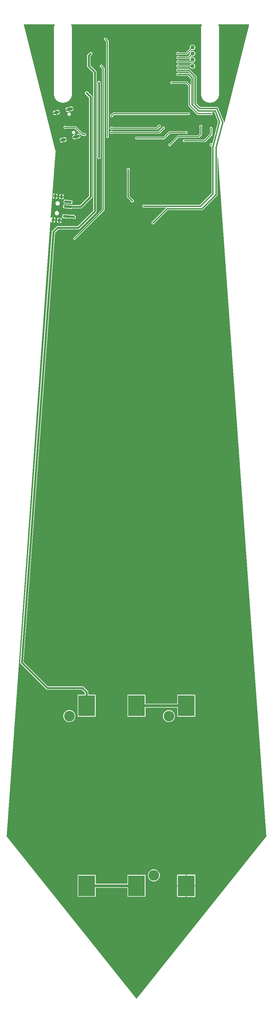
<source format=gbr>
G04 EAGLE Gerber RS-274X export*
G75*
%MOMM*%
%FSLAX34Y34*%
%LPD*%
%INBottom Copper*%
%IPPOS*%
%AMOC8*
5,1,8,0,0,1.08239X$1,22.5*%
G01*
%ADD10R,2.209800X0.762000*%
%ADD11R,0.812800X0.990600*%
%ADD12C,1.270000*%
%ADD13C,0.900000*%
%ADD14R,5.080000X6.350000*%
%ADD15C,3.251200*%
%ADD16C,0.525000*%
%ADD17C,0.402400*%
%ADD18C,0.609600*%
%ADD19C,0.600000*%
%ADD20C,0.304800*%
%ADD21C,0.406400*%
%ADD22C,0.812800*%

G36*
X48Y-2996292D02*
X48Y-2996292D01*
X64Y-2996293D01*
X167Y-2996267D01*
X272Y-2996245D01*
X285Y-2996237D01*
X300Y-2996233D01*
X390Y-2996175D01*
X482Y-2996120D01*
X496Y-2996106D01*
X505Y-2996100D01*
X519Y-2996082D01*
X585Y-2996015D01*
X397733Y-2499580D01*
X397773Y-2499508D01*
X397821Y-2499440D01*
X397832Y-2499402D01*
X397852Y-2499368D01*
X397867Y-2499286D01*
X397891Y-2499207D01*
X397892Y-2499151D01*
X397897Y-2499128D01*
X397894Y-2499106D01*
X397895Y-2499059D01*
X249401Y-420149D01*
X249379Y-420056D01*
X249364Y-419962D01*
X249351Y-419938D01*
X249345Y-419912D01*
X249294Y-419831D01*
X249249Y-419747D01*
X249229Y-419728D01*
X249215Y-419705D01*
X249140Y-419645D01*
X249070Y-419580D01*
X249046Y-419569D01*
X249025Y-419552D01*
X248935Y-419518D01*
X248848Y-419479D01*
X248821Y-419476D01*
X248796Y-419467D01*
X248701Y-419464D01*
X248605Y-419455D01*
X248579Y-419461D01*
X248552Y-419460D01*
X248461Y-419488D01*
X248368Y-419510D01*
X248345Y-419524D01*
X248319Y-419532D01*
X248242Y-419588D01*
X248160Y-419639D01*
X248143Y-419660D01*
X248122Y-419675D01*
X248066Y-419753D01*
X248005Y-419827D01*
X247996Y-419852D01*
X247980Y-419874D01*
X247953Y-419966D01*
X247919Y-420056D01*
X247916Y-420091D01*
X247911Y-420108D01*
X247909Y-420155D01*
X247905Y-420202D01*
X247905Y-535084D01*
X202344Y-580645D01*
X95974Y-580645D01*
X95878Y-580661D01*
X95781Y-580670D01*
X95758Y-580680D01*
X95733Y-580684D01*
X95647Y-580730D01*
X95558Y-580771D01*
X95533Y-580792D01*
X95518Y-580799D01*
X95501Y-580818D01*
X95444Y-580864D01*
X55677Y-620631D01*
X55620Y-620711D01*
X55558Y-620786D01*
X55550Y-620809D01*
X55535Y-620830D01*
X55507Y-620923D01*
X55496Y-620951D01*
X55483Y-620979D01*
X55483Y-620987D01*
X55472Y-621014D01*
X55469Y-621047D01*
X55464Y-621063D01*
X55465Y-621088D01*
X55458Y-621161D01*
X55458Y-621689D01*
X52729Y-624418D01*
X48871Y-624418D01*
X46142Y-621689D01*
X46142Y-617831D01*
X48871Y-615102D01*
X49399Y-615102D01*
X49495Y-615086D01*
X49592Y-615077D01*
X49615Y-615067D01*
X49640Y-615063D01*
X49726Y-615017D01*
X49815Y-614976D01*
X49840Y-614955D01*
X49855Y-614948D01*
X49872Y-614929D01*
X49929Y-614883D01*
X89696Y-575116D01*
X90508Y-574304D01*
X90551Y-574244D01*
X90601Y-574190D01*
X90621Y-574146D01*
X90650Y-574105D01*
X90671Y-574035D01*
X90702Y-573968D01*
X90707Y-573919D01*
X90721Y-573872D01*
X90718Y-573799D01*
X90726Y-573725D01*
X90715Y-573677D01*
X90713Y-573628D01*
X90687Y-573559D01*
X90670Y-573488D01*
X90644Y-573446D01*
X90627Y-573400D01*
X90581Y-573343D01*
X90542Y-573280D01*
X90504Y-573249D01*
X90472Y-573211D01*
X90410Y-573172D01*
X90353Y-573125D01*
X90307Y-573108D01*
X90265Y-573082D01*
X90194Y-573065D01*
X90125Y-573039D01*
X90052Y-573032D01*
X90028Y-573026D01*
X90011Y-573028D01*
X89978Y-573025D01*
X25693Y-573025D01*
X25596Y-573041D01*
X25499Y-573050D01*
X25477Y-573060D01*
X25452Y-573064D01*
X25366Y-573110D01*
X25277Y-573151D01*
X25251Y-573172D01*
X25237Y-573179D01*
X25220Y-573198D01*
X25163Y-573244D01*
X24789Y-573618D01*
X20931Y-573618D01*
X18202Y-570889D01*
X18202Y-567031D01*
X20931Y-564302D01*
X24789Y-564302D01*
X25163Y-564676D01*
X25242Y-564733D01*
X25317Y-564795D01*
X25341Y-564803D01*
X25361Y-564818D01*
X25455Y-564846D01*
X25546Y-564881D01*
X25579Y-564884D01*
X25595Y-564889D01*
X25620Y-564888D01*
X25693Y-564895D01*
X193586Y-564895D01*
X193682Y-564879D01*
X193779Y-564870D01*
X193802Y-564860D01*
X193827Y-564856D01*
X193913Y-564810D01*
X194002Y-564769D01*
X194027Y-564748D01*
X194042Y-564741D01*
X194059Y-564722D01*
X194116Y-564676D01*
X229396Y-529396D01*
X229453Y-529316D01*
X229515Y-529241D01*
X229523Y-529218D01*
X229538Y-529197D01*
X229566Y-529104D01*
X229601Y-529013D01*
X229604Y-528980D01*
X229609Y-528964D01*
X229608Y-528939D01*
X229615Y-528866D01*
X229615Y-389934D01*
X229615Y-389931D01*
X229615Y-389928D01*
X229595Y-389812D01*
X229576Y-389693D01*
X229574Y-389690D01*
X229574Y-389687D01*
X229511Y-389553D01*
X229323Y-389235D01*
X229591Y-388196D01*
X229593Y-388175D01*
X229601Y-388156D01*
X229615Y-388009D01*
X229615Y-386936D01*
X229658Y-386877D01*
X229708Y-386823D01*
X229728Y-386779D01*
X229757Y-386738D01*
X229778Y-386668D01*
X229809Y-386601D01*
X229814Y-386552D01*
X229828Y-386505D01*
X229825Y-386432D01*
X229833Y-386358D01*
X229822Y-386310D01*
X229820Y-386261D01*
X229794Y-386192D01*
X229777Y-386121D01*
X229751Y-386079D01*
X229734Y-386033D01*
X229688Y-385976D01*
X229649Y-385913D01*
X229611Y-385882D01*
X229579Y-385844D01*
X229517Y-385805D01*
X229460Y-385758D01*
X229414Y-385741D01*
X229372Y-385715D01*
X229301Y-385698D01*
X229232Y-385672D01*
X229159Y-385665D01*
X229135Y-385659D01*
X229118Y-385661D01*
X229085Y-385658D01*
X226671Y-385658D01*
X223942Y-382929D01*
X223942Y-379071D01*
X226671Y-376342D01*
X230529Y-376342D01*
X231288Y-377101D01*
X231370Y-377160D01*
X231449Y-377223D01*
X231469Y-377231D01*
X231486Y-377243D01*
X231583Y-377272D01*
X231678Y-377307D01*
X231699Y-377308D01*
X231720Y-377314D01*
X231821Y-377311D01*
X231922Y-377313D01*
X231942Y-377307D01*
X231964Y-377306D01*
X232058Y-377270D01*
X232155Y-377240D01*
X232172Y-377228D01*
X232192Y-377220D01*
X232270Y-377156D01*
X232352Y-377096D01*
X232364Y-377079D01*
X232381Y-377065D01*
X232434Y-376980D01*
X232492Y-376897D01*
X232502Y-376871D01*
X232510Y-376858D01*
X232515Y-376834D01*
X232543Y-376758D01*
X249679Y-310357D01*
X249682Y-310321D01*
X249694Y-310287D01*
X249693Y-310200D01*
X249701Y-310114D01*
X249692Y-310079D01*
X249692Y-310043D01*
X249653Y-309901D01*
X238693Y-281405D01*
X238688Y-281397D01*
X238686Y-281388D01*
X238627Y-281292D01*
X238570Y-281195D01*
X238562Y-281188D01*
X238558Y-281180D01*
X238470Y-281109D01*
X238385Y-281035D01*
X238376Y-281031D01*
X238369Y-281025D01*
X238264Y-280986D01*
X238159Y-280943D01*
X238150Y-280943D01*
X238141Y-280939D01*
X237994Y-280925D01*
X231304Y-280925D01*
X231231Y-280937D01*
X231158Y-280939D01*
X231112Y-280956D01*
X231063Y-280964D01*
X230998Y-280999D01*
X230929Y-281025D01*
X230891Y-281056D01*
X230848Y-281079D01*
X230797Y-281133D01*
X230741Y-281180D01*
X230715Y-281222D01*
X230681Y-281257D01*
X230650Y-281324D01*
X230612Y-281387D01*
X230600Y-281435D01*
X230580Y-281480D01*
X230573Y-281553D01*
X230556Y-281624D01*
X230561Y-281673D01*
X230556Y-281723D01*
X230573Y-281794D01*
X230580Y-281867D01*
X230600Y-281912D01*
X230611Y-281960D01*
X230650Y-282023D01*
X230680Y-282090D01*
X230727Y-282146D01*
X230740Y-282168D01*
X230753Y-282178D01*
X230774Y-282204D01*
X232645Y-284075D01*
X232645Y-287425D01*
X230275Y-289795D01*
X226925Y-289795D01*
X226656Y-289526D01*
X226577Y-289469D01*
X226502Y-289407D01*
X226478Y-289399D01*
X226458Y-289384D01*
X226364Y-289356D01*
X226273Y-289321D01*
X226240Y-289318D01*
X226224Y-289313D01*
X226199Y-289314D01*
X226126Y-289307D01*
X186487Y-289307D01*
X159003Y-261823D01*
X159003Y-201174D01*
X158987Y-201077D01*
X158978Y-200980D01*
X158968Y-200958D01*
X158964Y-200933D01*
X158918Y-200847D01*
X158877Y-200758D01*
X158856Y-200732D01*
X158849Y-200718D01*
X158830Y-200701D01*
X158784Y-200644D01*
X152416Y-194276D01*
X152337Y-194219D01*
X152262Y-194157D01*
X152238Y-194149D01*
X152218Y-194134D01*
X152125Y-194106D01*
X152033Y-194071D01*
X152000Y-194068D01*
X151984Y-194063D01*
X151959Y-194064D01*
X151886Y-194057D01*
X110424Y-194057D01*
X110327Y-194073D01*
X110230Y-194082D01*
X110208Y-194092D01*
X110183Y-194096D01*
X110097Y-194142D01*
X110008Y-194183D01*
X109982Y-194204D01*
X109968Y-194211D01*
X109951Y-194230D01*
X109894Y-194276D01*
X109625Y-194545D01*
X106275Y-194545D01*
X103905Y-192175D01*
X103905Y-188825D01*
X106275Y-186455D01*
X109625Y-186455D01*
X109894Y-186724D01*
X109973Y-186781D01*
X110048Y-186843D01*
X110072Y-186851D01*
X110092Y-186866D01*
X110186Y-186894D01*
X110277Y-186929D01*
X110310Y-186932D01*
X110326Y-186937D01*
X110351Y-186936D01*
X110424Y-186943D01*
X155143Y-186943D01*
X157446Y-189246D01*
X164836Y-196636D01*
X164896Y-196679D01*
X164950Y-196729D01*
X164994Y-196750D01*
X165035Y-196778D01*
X165105Y-196800D01*
X165172Y-196830D01*
X165221Y-196835D01*
X165268Y-196849D01*
X165341Y-196847D01*
X165415Y-196854D01*
X165463Y-196843D01*
X165512Y-196841D01*
X165581Y-196816D01*
X165652Y-196799D01*
X165694Y-196773D01*
X165740Y-196756D01*
X165797Y-196709D01*
X165860Y-196670D01*
X165891Y-196632D01*
X165929Y-196601D01*
X165968Y-196538D01*
X166015Y-196482D01*
X166032Y-196436D01*
X166058Y-196394D01*
X166075Y-196322D01*
X166101Y-196253D01*
X166108Y-196180D01*
X166114Y-196156D01*
X166112Y-196140D01*
X166115Y-196106D01*
X166115Y-178524D01*
X166099Y-178428D01*
X166090Y-178331D01*
X166080Y-178308D01*
X166076Y-178283D01*
X166030Y-178197D01*
X165989Y-178108D01*
X165968Y-178083D01*
X165961Y-178068D01*
X165942Y-178051D01*
X165896Y-177994D01*
X157286Y-169384D01*
X157206Y-169327D01*
X157131Y-169265D01*
X157108Y-169257D01*
X157087Y-169242D01*
X156994Y-169214D01*
X156903Y-169179D01*
X156870Y-169176D01*
X156854Y-169171D01*
X156829Y-169172D01*
X156756Y-169165D01*
X129833Y-169165D01*
X129736Y-169181D01*
X129639Y-169190D01*
X129617Y-169200D01*
X129592Y-169204D01*
X129506Y-169250D01*
X129417Y-169291D01*
X129391Y-169312D01*
X129377Y-169319D01*
X129360Y-169338D01*
X129303Y-169384D01*
X128929Y-169758D01*
X125071Y-169758D01*
X122342Y-167029D01*
X122342Y-163171D01*
X125071Y-160442D01*
X128929Y-160442D01*
X129303Y-160816D01*
X129382Y-160873D01*
X129457Y-160935D01*
X129481Y-160943D01*
X129501Y-160958D01*
X129595Y-160986D01*
X129686Y-161021D01*
X129719Y-161024D01*
X129735Y-161029D01*
X129759Y-161028D01*
X129833Y-161035D01*
X160434Y-161035D01*
X174245Y-174846D01*
X174245Y-254546D01*
X174261Y-254642D01*
X174270Y-254739D01*
X174280Y-254762D01*
X174284Y-254787D01*
X174331Y-254873D01*
X174371Y-254962D01*
X174392Y-254987D01*
X174399Y-255002D01*
X174418Y-255019D01*
X174464Y-255076D01*
X174996Y-255608D01*
X175056Y-255651D01*
X175110Y-255701D01*
X175154Y-255721D01*
X175195Y-255750D01*
X175265Y-255771D01*
X175332Y-255802D01*
X175381Y-255807D01*
X175428Y-255821D01*
X175501Y-255818D01*
X175575Y-255826D01*
X175623Y-255815D01*
X175672Y-255813D01*
X175741Y-255787D01*
X175812Y-255770D01*
X175854Y-255744D01*
X175900Y-255727D01*
X175957Y-255681D01*
X176020Y-255642D01*
X176051Y-255604D01*
X176089Y-255572D01*
X176128Y-255510D01*
X176175Y-255453D01*
X176192Y-255407D01*
X176218Y-255365D01*
X176235Y-255294D01*
X176261Y-255225D01*
X176268Y-255152D01*
X176274Y-255128D01*
X176272Y-255111D01*
X176275Y-255078D01*
X176275Y-174714D01*
X176259Y-174618D01*
X176250Y-174521D01*
X176240Y-174498D01*
X176236Y-174473D01*
X176190Y-174387D01*
X176149Y-174298D01*
X176128Y-174273D01*
X176121Y-174258D01*
X176102Y-174241D01*
X176056Y-174184D01*
X158556Y-156684D01*
X158476Y-156627D01*
X158401Y-156565D01*
X158378Y-156557D01*
X158357Y-156542D01*
X158264Y-156514D01*
X158173Y-156479D01*
X158140Y-156476D01*
X158124Y-156471D01*
X158099Y-156472D01*
X158026Y-156465D01*
X129833Y-156465D01*
X129736Y-156481D01*
X129639Y-156490D01*
X129617Y-156500D01*
X129592Y-156504D01*
X129506Y-156550D01*
X129417Y-156591D01*
X129391Y-156612D01*
X129377Y-156619D01*
X129360Y-156638D01*
X129303Y-156684D01*
X128929Y-157058D01*
X125071Y-157058D01*
X122342Y-154329D01*
X122342Y-150471D01*
X125071Y-147742D01*
X128929Y-147742D01*
X129303Y-148116D01*
X129382Y-148173D01*
X129457Y-148235D01*
X129481Y-148243D01*
X129501Y-148258D01*
X129595Y-148286D01*
X129686Y-148321D01*
X129719Y-148324D01*
X129735Y-148329D01*
X129760Y-148328D01*
X129833Y-148335D01*
X161704Y-148335D01*
X184405Y-171036D01*
X184405Y-254546D01*
X184421Y-254642D01*
X184430Y-254739D01*
X184440Y-254762D01*
X184444Y-254787D01*
X184490Y-254873D01*
X184531Y-254962D01*
X184552Y-254987D01*
X184559Y-255002D01*
X184578Y-255019D01*
X184624Y-255076D01*
X194504Y-264956D01*
X194584Y-265013D01*
X194659Y-265075D01*
X194682Y-265083D01*
X194703Y-265098D01*
X194796Y-265126D01*
X194887Y-265161D01*
X194920Y-265164D01*
X194936Y-265169D01*
X194961Y-265168D01*
X195034Y-265175D01*
X245428Y-265175D01*
X245499Y-265163D01*
X245571Y-265161D01*
X245644Y-265140D01*
X245668Y-265136D01*
X245683Y-265128D01*
X245713Y-265119D01*
X246389Y-264840D01*
X247055Y-265118D01*
X247127Y-265135D01*
X247196Y-265161D01*
X247268Y-265168D01*
X247292Y-265174D01*
X247309Y-265172D01*
X247343Y-265175D01*
X248064Y-265175D01*
X248581Y-265692D01*
X248640Y-265735D01*
X248692Y-265784D01*
X248759Y-265820D01*
X248779Y-265835D01*
X248794Y-265839D01*
X248822Y-265854D01*
X249498Y-266135D01*
X249772Y-266802D01*
X249811Y-266865D01*
X249841Y-266932D01*
X249887Y-266989D01*
X249900Y-267010D01*
X249914Y-267020D01*
X249935Y-267047D01*
X250445Y-267556D01*
X250445Y-268288D01*
X250448Y-268308D01*
X250446Y-268325D01*
X250457Y-268371D01*
X250459Y-268431D01*
X250480Y-268504D01*
X250484Y-268528D01*
X250492Y-268543D01*
X250501Y-268573D01*
X267795Y-310573D01*
X267808Y-310594D01*
X267840Y-310663D01*
X268589Y-311957D01*
X268639Y-312018D01*
X268682Y-312085D01*
X268716Y-312112D01*
X268744Y-312145D01*
X268811Y-312187D01*
X268873Y-312236D01*
X268914Y-312251D01*
X268951Y-312274D01*
X269028Y-312292D01*
X269103Y-312319D01*
X269146Y-312319D01*
X269189Y-312329D01*
X269268Y-312321D01*
X269347Y-312323D01*
X269388Y-312309D01*
X269432Y-312305D01*
X269504Y-312272D01*
X269579Y-312248D01*
X269614Y-312222D01*
X269654Y-312204D01*
X269711Y-312150D01*
X269775Y-312103D01*
X269800Y-312067D01*
X269832Y-312037D01*
X269869Y-311967D01*
X269914Y-311902D01*
X269935Y-311843D01*
X269947Y-311822D01*
X269950Y-311802D01*
X269964Y-311763D01*
X344684Y-12882D01*
X344694Y-12767D01*
X344705Y-12651D01*
X344704Y-12645D01*
X344704Y-12639D01*
X344676Y-12527D01*
X344650Y-12414D01*
X344646Y-12408D01*
X344645Y-12402D01*
X344582Y-12305D01*
X344521Y-12206D01*
X344516Y-12202D01*
X344513Y-12197D01*
X344422Y-12125D01*
X344333Y-12052D01*
X344327Y-12049D01*
X344321Y-12045D01*
X344212Y-12006D01*
X344104Y-11965D01*
X344096Y-11965D01*
X344092Y-11963D01*
X344077Y-11963D01*
X343957Y-11951D01*
X250766Y-11951D01*
X250734Y-11956D01*
X250701Y-11954D01*
X250614Y-11976D01*
X250525Y-11990D01*
X250496Y-12006D01*
X250464Y-12014D01*
X250389Y-12063D01*
X250310Y-12105D01*
X250287Y-12129D01*
X250260Y-12147D01*
X250204Y-12218D01*
X250143Y-12284D01*
X250129Y-12313D01*
X250109Y-12339D01*
X250079Y-12424D01*
X250042Y-12506D01*
X250039Y-12538D01*
X250028Y-12569D01*
X250027Y-12659D01*
X250018Y-12749D01*
X250026Y-12780D01*
X250025Y-12813D01*
X250062Y-12956D01*
X252533Y-19745D01*
X252533Y-229455D01*
X249212Y-238579D01*
X242971Y-246017D01*
X234562Y-250871D01*
X225000Y-252557D01*
X215438Y-250871D01*
X207029Y-246017D01*
X200788Y-238579D01*
X197467Y-229455D01*
X197467Y-19745D01*
X199938Y-12956D01*
X199944Y-12924D01*
X199958Y-12894D01*
X199967Y-12805D01*
X199983Y-12716D01*
X199979Y-12684D01*
X199982Y-12651D01*
X199961Y-12564D01*
X199949Y-12475D01*
X199934Y-12446D01*
X199927Y-12414D01*
X199879Y-12337D01*
X199839Y-12257D01*
X199815Y-12234D01*
X199798Y-12206D01*
X199729Y-12149D01*
X199664Y-12086D01*
X199635Y-12072D01*
X199609Y-12052D01*
X199525Y-12020D01*
X199444Y-11981D01*
X199412Y-11977D01*
X199381Y-11965D01*
X199234Y-11951D01*
X-199234Y-11951D01*
X-199266Y-11956D01*
X-199299Y-11954D01*
X-199386Y-11976D01*
X-199475Y-11990D01*
X-199504Y-12006D01*
X-199536Y-12014D01*
X-199611Y-12063D01*
X-199690Y-12105D01*
X-199713Y-12129D01*
X-199740Y-12147D01*
X-199796Y-12218D01*
X-199857Y-12284D01*
X-199871Y-12313D01*
X-199891Y-12339D01*
X-199921Y-12424D01*
X-199958Y-12506D01*
X-199961Y-12538D01*
X-199972Y-12569D01*
X-199973Y-12659D01*
X-199982Y-12749D01*
X-199974Y-12780D01*
X-199975Y-12813D01*
X-199938Y-12956D01*
X-197467Y-19745D01*
X-197467Y-229455D01*
X-200788Y-238579D01*
X-207029Y-246017D01*
X-215438Y-250871D01*
X-225000Y-252557D01*
X-234562Y-250871D01*
X-242971Y-246017D01*
X-249212Y-238579D01*
X-252533Y-229455D01*
X-252533Y-19745D01*
X-250062Y-12956D01*
X-250056Y-12924D01*
X-250042Y-12894D01*
X-250033Y-12805D01*
X-250017Y-12716D01*
X-250021Y-12684D01*
X-250018Y-12651D01*
X-250039Y-12564D01*
X-250051Y-12475D01*
X-250066Y-12446D01*
X-250073Y-12414D01*
X-250121Y-12337D01*
X-250161Y-12257D01*
X-250185Y-12234D01*
X-250202Y-12206D01*
X-250271Y-12149D01*
X-250336Y-12086D01*
X-250365Y-12072D01*
X-250391Y-12052D01*
X-250475Y-12020D01*
X-250556Y-11981D01*
X-250588Y-11977D01*
X-250619Y-11965D01*
X-250766Y-11951D01*
X-343957Y-11951D01*
X-344072Y-11970D01*
X-344186Y-11986D01*
X-344192Y-11989D01*
X-344198Y-11990D01*
X-344300Y-12045D01*
X-344403Y-12098D01*
X-344408Y-12102D01*
X-344413Y-12105D01*
X-344492Y-12190D01*
X-344573Y-12273D01*
X-344576Y-12279D01*
X-344580Y-12284D01*
X-344628Y-12388D01*
X-344678Y-12493D01*
X-344678Y-12500D01*
X-344681Y-12506D01*
X-344692Y-12621D01*
X-344706Y-12736D01*
X-344705Y-12744D01*
X-344705Y-12749D01*
X-344702Y-12763D01*
X-344684Y-12882D01*
X-248189Y-398862D01*
X-248169Y-398910D01*
X-248163Y-398932D01*
X-248149Y-398956D01*
X-248114Y-399050D01*
X-248098Y-399073D01*
X-248092Y-399086D01*
X-248076Y-399104D01*
X-248029Y-399171D01*
X-247912Y-399305D01*
X-247941Y-399702D01*
X-247937Y-399747D01*
X-247942Y-399791D01*
X-247920Y-399937D01*
X-247824Y-400324D01*
X-247915Y-400476D01*
X-247952Y-400570D01*
X-247995Y-400662D01*
X-247999Y-400689D01*
X-248005Y-400703D01*
X-248006Y-400727D01*
X-248020Y-400808D01*
X-262514Y-603731D01*
X-262510Y-603774D01*
X-262515Y-603817D01*
X-262499Y-603894D01*
X-262492Y-603974D01*
X-262474Y-604013D01*
X-262465Y-604055D01*
X-262425Y-604124D01*
X-262392Y-604197D01*
X-262363Y-604228D01*
X-262341Y-604265D01*
X-262281Y-604317D01*
X-262227Y-604376D01*
X-262189Y-604396D01*
X-262156Y-604424D01*
X-262082Y-604454D01*
X-262012Y-604492D01*
X-261970Y-604499D01*
X-261930Y-604515D01*
X-261850Y-604520D01*
X-261772Y-604533D01*
X-261729Y-604527D01*
X-261686Y-604529D01*
X-261609Y-604508D01*
X-261531Y-604495D01*
X-261493Y-604475D01*
X-261451Y-604463D01*
X-261385Y-604419D01*
X-261315Y-604382D01*
X-261285Y-604350D01*
X-261249Y-604326D01*
X-261153Y-604214D01*
X-260871Y-603810D01*
X-260358Y-603380D01*
X-259752Y-603098D01*
X-259093Y-602981D01*
X-256205Y-603234D01*
X-256793Y-609952D01*
X-256791Y-609977D01*
X-256795Y-610001D01*
X-256781Y-610098D01*
X-256774Y-610195D01*
X-256764Y-610218D01*
X-256761Y-610242D01*
X-256717Y-610330D01*
X-256678Y-610420D01*
X-256662Y-610438D01*
X-256651Y-610460D01*
X-256581Y-610529D01*
X-256515Y-610602D01*
X-256494Y-610614D01*
X-256476Y-610631D01*
X-256388Y-610673D01*
X-256303Y-610721D01*
X-256279Y-610726D01*
X-256257Y-610737D01*
X-256111Y-610764D01*
X-255364Y-610829D01*
X-255364Y-610831D01*
X-256112Y-610765D01*
X-256136Y-610767D01*
X-256160Y-610763D01*
X-256257Y-610777D01*
X-256355Y-610784D01*
X-256377Y-610794D01*
X-256402Y-610797D01*
X-256489Y-610841D01*
X-256579Y-610880D01*
X-256598Y-610896D01*
X-256619Y-610907D01*
X-256688Y-610977D01*
X-256761Y-611043D01*
X-256773Y-611064D01*
X-256790Y-611082D01*
X-256833Y-611170D01*
X-256881Y-611255D01*
X-256885Y-611279D01*
X-256896Y-611301D01*
X-256923Y-611447D01*
X-257511Y-618165D01*
X-260399Y-617912D01*
X-261028Y-617683D01*
X-261576Y-617299D01*
X-262006Y-616787D01*
X-262035Y-616725D01*
X-262066Y-616679D01*
X-262088Y-616629D01*
X-262134Y-616579D01*
X-262173Y-616524D01*
X-262217Y-616490D01*
X-262254Y-616450D01*
X-262314Y-616418D01*
X-262368Y-616377D01*
X-262420Y-616360D01*
X-262469Y-616334D01*
X-262535Y-616322D01*
X-262600Y-616301D01*
X-262655Y-616302D01*
X-262709Y-616292D01*
X-262776Y-616303D01*
X-262844Y-616304D01*
X-262896Y-616322D01*
X-262950Y-616331D01*
X-263010Y-616362D01*
X-263074Y-616385D01*
X-263117Y-616418D01*
X-263166Y-616444D01*
X-263213Y-616493D01*
X-263266Y-616535D01*
X-263296Y-616581D01*
X-263334Y-616621D01*
X-263362Y-616683D01*
X-263399Y-616739D01*
X-263413Y-616793D01*
X-263436Y-616843D01*
X-263457Y-616962D01*
X-263460Y-616976D01*
X-263460Y-616980D01*
X-263461Y-616988D01*
X-397895Y-2499059D01*
X-397887Y-2499141D01*
X-397888Y-2499224D01*
X-397876Y-2499262D01*
X-397872Y-2499302D01*
X-397839Y-2499378D01*
X-397813Y-2499456D01*
X-397782Y-2499504D01*
X-397773Y-2499525D01*
X-397759Y-2499540D01*
X-397733Y-2499580D01*
X-585Y-2996015D01*
X-505Y-2996086D01*
X-429Y-2996161D01*
X-415Y-2996168D01*
X-404Y-2996178D01*
X-306Y-2996220D01*
X-209Y-2996266D01*
X-194Y-2996268D01*
X-179Y-2996274D01*
X-73Y-2996282D01*
X33Y-2996295D01*
X48Y-2996292D01*
G37*
%LPC*%
G36*
X-178642Y-2132966D02*
X-178642Y-2132966D01*
X-179833Y-2131775D01*
X-179833Y-2066591D01*
X-178642Y-2065400D01*
X-158230Y-2065400D01*
X-158206Y-2065396D01*
X-158181Y-2065399D01*
X-158086Y-2065377D01*
X-157989Y-2065361D01*
X-157968Y-2065349D01*
X-157944Y-2065343D01*
X-157860Y-2065292D01*
X-157774Y-2065246D01*
X-157757Y-2065228D01*
X-157736Y-2065215D01*
X-157674Y-2065139D01*
X-157607Y-2065068D01*
X-157597Y-2065045D01*
X-157581Y-2065026D01*
X-157547Y-2064935D01*
X-157506Y-2064845D01*
X-157504Y-2064821D01*
X-157495Y-2064798D01*
X-157481Y-2064651D01*
X-157481Y-2059815D01*
X-157497Y-2059719D01*
X-157506Y-2059622D01*
X-157516Y-2059599D01*
X-157520Y-2059574D01*
X-157566Y-2059488D01*
X-157607Y-2059399D01*
X-157628Y-2059374D01*
X-157635Y-2059359D01*
X-157654Y-2059342D01*
X-157700Y-2059285D01*
X-166985Y-2050000D01*
X-167064Y-2049943D01*
X-167140Y-2049881D01*
X-167163Y-2049873D01*
X-167183Y-2049858D01*
X-167277Y-2049830D01*
X-167368Y-2049795D01*
X-167401Y-2049792D01*
X-167417Y-2049787D01*
X-167442Y-2049788D01*
X-167515Y-2049781D01*
X-275154Y-2049781D01*
X-281525Y-2043410D01*
X-353049Y-1971886D01*
X-353107Y-1971845D01*
X-353157Y-1971796D01*
X-353205Y-1971774D01*
X-353248Y-1971744D01*
X-353315Y-1971723D01*
X-353379Y-1971694D01*
X-353455Y-1971680D01*
X-354696Y-1970242D01*
X-354710Y-1970230D01*
X-354734Y-1970201D01*
X-356082Y-1968853D01*
X-356084Y-1968788D01*
X-356102Y-1968739D01*
X-356110Y-1968687D01*
X-356143Y-1968625D01*
X-356167Y-1968559D01*
X-356212Y-1968496D01*
X-356072Y-1966601D01*
X-356074Y-1966583D01*
X-356070Y-1966546D01*
X-356070Y-1964639D01*
X-356026Y-1964593D01*
X-356004Y-1964545D01*
X-355973Y-1964502D01*
X-355953Y-1964435D01*
X-355923Y-1964371D01*
X-355909Y-1964292D01*
X-355902Y-1964269D01*
X-355903Y-1964254D01*
X-355898Y-1964226D01*
X-259083Y-647541D01*
X-259084Y-647523D01*
X-259081Y-647486D01*
X-259081Y-645579D01*
X-259036Y-645532D01*
X-259014Y-645485D01*
X-258983Y-645442D01*
X-258963Y-645375D01*
X-258933Y-645311D01*
X-258920Y-645235D01*
X-257481Y-643993D01*
X-257470Y-643979D01*
X-257441Y-643956D01*
X-246600Y-633115D01*
X-243404Y-629919D01*
X-180215Y-629919D01*
X-180119Y-629903D01*
X-180022Y-629894D01*
X-179999Y-629884D01*
X-179974Y-629880D01*
X-179888Y-629834D01*
X-179799Y-629793D01*
X-179774Y-629772D01*
X-179759Y-629765D01*
X-179742Y-629746D01*
X-179685Y-629700D01*
X-132300Y-582315D01*
X-132243Y-582236D01*
X-132181Y-582160D01*
X-132173Y-582137D01*
X-132158Y-582117D01*
X-132130Y-582023D01*
X-132095Y-581932D01*
X-132092Y-581899D01*
X-132087Y-581883D01*
X-132088Y-581858D01*
X-132081Y-581785D01*
X-132081Y-161165D01*
X-132097Y-161068D01*
X-132106Y-160972D01*
X-132116Y-160949D01*
X-132120Y-160924D01*
X-132166Y-160838D01*
X-132207Y-160749D01*
X-132228Y-160724D01*
X-132235Y-160709D01*
X-132254Y-160692D01*
X-132300Y-160635D01*
X-147935Y-145000D01*
X-151131Y-141804D01*
X-151131Y-105846D01*
X-141804Y-96519D01*
X-137596Y-96519D01*
X-134619Y-99496D01*
X-134619Y-103704D01*
X-140750Y-109835D01*
X-140807Y-109914D01*
X-140869Y-109990D01*
X-140877Y-110013D01*
X-140892Y-110033D01*
X-140920Y-110127D01*
X-140955Y-110218D01*
X-140958Y-110251D01*
X-140963Y-110267D01*
X-140962Y-110292D01*
X-140969Y-110365D01*
X-140969Y-137285D01*
X-140953Y-137382D01*
X-140944Y-137478D01*
X-140934Y-137501D01*
X-140930Y-137526D01*
X-140884Y-137612D01*
X-140843Y-137701D01*
X-140822Y-137726D01*
X-140815Y-137741D01*
X-140796Y-137758D01*
X-140750Y-137815D01*
X-125115Y-153450D01*
X-121919Y-156646D01*
X-121919Y-586304D01*
X-125115Y-589500D01*
X-172500Y-636885D01*
X-175696Y-640081D01*
X-238885Y-640081D01*
X-238982Y-640097D01*
X-239078Y-640106D01*
X-239101Y-640116D01*
X-239126Y-640120D01*
X-239212Y-640166D01*
X-239301Y-640207D01*
X-239326Y-640228D01*
X-239341Y-640235D01*
X-239358Y-640254D01*
X-239415Y-640300D01*
X-248875Y-649760D01*
X-248915Y-649817D01*
X-248964Y-649868D01*
X-248986Y-649915D01*
X-249017Y-649958D01*
X-249037Y-650025D01*
X-249067Y-650089D01*
X-249080Y-650168D01*
X-249088Y-650192D01*
X-249087Y-650206D01*
X-249092Y-650235D01*
X-345727Y-1964471D01*
X-345727Y-1964473D01*
X-345727Y-1964476D01*
X-345716Y-1964596D01*
X-345705Y-1964714D01*
X-345704Y-1964716D01*
X-345704Y-1964719D01*
X-345655Y-1964827D01*
X-345606Y-1964937D01*
X-345604Y-1964939D01*
X-345603Y-1964941D01*
X-345510Y-1965055D01*
X-274340Y-2036225D01*
X-271165Y-2039400D01*
X-271086Y-2039457D01*
X-271010Y-2039519D01*
X-270987Y-2039527D01*
X-270967Y-2039542D01*
X-270873Y-2039570D01*
X-270782Y-2039605D01*
X-270749Y-2039608D01*
X-270733Y-2039613D01*
X-270708Y-2039612D01*
X-270635Y-2039619D01*
X-162996Y-2039619D01*
X-147319Y-2055296D01*
X-147319Y-2064651D01*
X-147315Y-2064675D01*
X-147318Y-2064700D01*
X-147296Y-2064795D01*
X-147280Y-2064892D01*
X-147268Y-2064913D01*
X-147262Y-2064937D01*
X-147211Y-2065021D01*
X-147165Y-2065107D01*
X-147147Y-2065124D01*
X-147134Y-2065145D01*
X-147058Y-2065207D01*
X-146987Y-2065274D01*
X-146964Y-2065284D01*
X-146945Y-2065300D01*
X-146854Y-2065334D01*
X-146764Y-2065375D01*
X-146740Y-2065377D01*
X-146717Y-2065386D01*
X-146570Y-2065400D01*
X-126158Y-2065400D01*
X-124967Y-2066591D01*
X-124967Y-2131775D01*
X-126158Y-2132966D01*
X-178642Y-2132966D01*
G37*
%LPD*%
%LPC*%
G36*
X-26242Y-2132966D02*
X-26242Y-2132966D01*
X-27433Y-2131775D01*
X-27433Y-2066591D01*
X-26242Y-2065400D01*
X26242Y-2065400D01*
X27433Y-2066591D01*
X27433Y-2092337D01*
X27437Y-2092361D01*
X27434Y-2092386D01*
X27456Y-2092481D01*
X27472Y-2092578D01*
X27484Y-2092599D01*
X27490Y-2092623D01*
X27541Y-2092707D01*
X27587Y-2092793D01*
X27605Y-2092810D01*
X27618Y-2092831D01*
X27694Y-2092893D01*
X27765Y-2092960D01*
X27788Y-2092970D01*
X27807Y-2092986D01*
X27898Y-2093020D01*
X27988Y-2093061D01*
X28012Y-2093063D01*
X28035Y-2093072D01*
X28182Y-2093086D01*
X124218Y-2093086D01*
X124242Y-2093082D01*
X124267Y-2093085D01*
X124362Y-2093063D01*
X124459Y-2093047D01*
X124480Y-2093035D01*
X124504Y-2093029D01*
X124588Y-2092978D01*
X124674Y-2092932D01*
X124691Y-2092914D01*
X124712Y-2092901D01*
X124774Y-2092825D01*
X124841Y-2092754D01*
X124851Y-2092731D01*
X124867Y-2092712D01*
X124901Y-2092621D01*
X124942Y-2092531D01*
X124944Y-2092507D01*
X124953Y-2092484D01*
X124967Y-2092337D01*
X124967Y-2066591D01*
X126158Y-2065400D01*
X178642Y-2065400D01*
X179833Y-2066591D01*
X179833Y-2131775D01*
X178642Y-2132966D01*
X126158Y-2132966D01*
X124967Y-2131775D01*
X124967Y-2106029D01*
X124963Y-2106005D01*
X124966Y-2105980D01*
X124944Y-2105885D01*
X124928Y-2105788D01*
X124916Y-2105767D01*
X124910Y-2105743D01*
X124859Y-2105659D01*
X124813Y-2105573D01*
X124795Y-2105556D01*
X124782Y-2105535D01*
X124706Y-2105473D01*
X124635Y-2105406D01*
X124612Y-2105396D01*
X124593Y-2105380D01*
X124502Y-2105346D01*
X124412Y-2105305D01*
X124388Y-2105303D01*
X124365Y-2105294D01*
X124218Y-2105280D01*
X28182Y-2105280D01*
X28158Y-2105284D01*
X28133Y-2105281D01*
X28038Y-2105303D01*
X27941Y-2105319D01*
X27920Y-2105331D01*
X27896Y-2105337D01*
X27812Y-2105388D01*
X27726Y-2105434D01*
X27709Y-2105452D01*
X27688Y-2105465D01*
X27626Y-2105541D01*
X27559Y-2105612D01*
X27549Y-2105635D01*
X27533Y-2105654D01*
X27499Y-2105745D01*
X27458Y-2105835D01*
X27456Y-2105859D01*
X27447Y-2105882D01*
X27433Y-2106029D01*
X27433Y-2131775D01*
X26242Y-2132966D01*
X-26242Y-2132966D01*
G37*
%LPD*%
%LPC*%
G36*
X-178642Y-2684400D02*
X-178642Y-2684400D01*
X-179833Y-2683209D01*
X-179833Y-2618025D01*
X-178642Y-2616834D01*
X-126158Y-2616834D01*
X-124967Y-2618025D01*
X-124967Y-2643771D01*
X-124963Y-2643795D01*
X-124966Y-2643820D01*
X-124944Y-2643915D01*
X-124928Y-2644012D01*
X-124916Y-2644033D01*
X-124910Y-2644057D01*
X-124859Y-2644141D01*
X-124813Y-2644227D01*
X-124795Y-2644244D01*
X-124782Y-2644265D01*
X-124706Y-2644327D01*
X-124635Y-2644394D01*
X-124612Y-2644404D01*
X-124593Y-2644420D01*
X-124502Y-2644454D01*
X-124412Y-2644495D01*
X-124388Y-2644497D01*
X-124365Y-2644506D01*
X-124218Y-2644520D01*
X-28182Y-2644520D01*
X-28158Y-2644516D01*
X-28133Y-2644519D01*
X-28038Y-2644497D01*
X-27941Y-2644481D01*
X-27920Y-2644469D01*
X-27896Y-2644463D01*
X-27812Y-2644412D01*
X-27726Y-2644366D01*
X-27709Y-2644348D01*
X-27688Y-2644335D01*
X-27626Y-2644259D01*
X-27559Y-2644188D01*
X-27549Y-2644165D01*
X-27533Y-2644146D01*
X-27499Y-2644055D01*
X-27458Y-2643965D01*
X-27456Y-2643941D01*
X-27447Y-2643918D01*
X-27433Y-2643771D01*
X-27433Y-2618025D01*
X-26242Y-2616834D01*
X26242Y-2616834D01*
X27433Y-2618025D01*
X27433Y-2683209D01*
X26242Y-2684400D01*
X-26242Y-2684400D01*
X-27433Y-2683209D01*
X-27433Y-2657463D01*
X-27437Y-2657439D01*
X-27434Y-2657414D01*
X-27456Y-2657319D01*
X-27472Y-2657222D01*
X-27484Y-2657201D01*
X-27490Y-2657177D01*
X-27541Y-2657093D01*
X-27587Y-2657007D01*
X-27605Y-2656990D01*
X-27618Y-2656969D01*
X-27694Y-2656907D01*
X-27765Y-2656840D01*
X-27788Y-2656830D01*
X-27807Y-2656814D01*
X-27898Y-2656780D01*
X-27988Y-2656739D01*
X-28012Y-2656737D01*
X-28035Y-2656728D01*
X-28182Y-2656714D01*
X-124218Y-2656714D01*
X-124242Y-2656718D01*
X-124267Y-2656715D01*
X-124362Y-2656737D01*
X-124459Y-2656753D01*
X-124480Y-2656765D01*
X-124504Y-2656771D01*
X-124588Y-2656822D01*
X-124674Y-2656868D01*
X-124691Y-2656886D01*
X-124712Y-2656899D01*
X-124774Y-2656975D01*
X-124841Y-2657046D01*
X-124851Y-2657069D01*
X-124867Y-2657088D01*
X-124901Y-2657179D01*
X-124942Y-2657269D01*
X-124944Y-2657293D01*
X-124953Y-2657316D01*
X-124967Y-2657463D01*
X-124967Y-2683209D01*
X-126158Y-2684400D01*
X-178642Y-2684400D01*
G37*
%LPD*%
%LPC*%
G36*
X-223382Y-575325D02*
X-223382Y-575325D01*
X-224465Y-574035D01*
X-223654Y-564767D01*
X-222364Y-563684D01*
X-202095Y-565457D01*
X-202075Y-565456D01*
X-202030Y-565460D01*
X-172906Y-565460D01*
X-172809Y-565444D01*
X-172713Y-565435D01*
X-172690Y-565425D01*
X-172665Y-565421D01*
X-172579Y-565375D01*
X-172490Y-565334D01*
X-172465Y-565313D01*
X-172450Y-565306D01*
X-172433Y-565287D01*
X-172376Y-565241D01*
X-145000Y-537865D01*
X-144943Y-537786D01*
X-144881Y-537710D01*
X-144873Y-537687D01*
X-144858Y-537667D01*
X-144830Y-537573D01*
X-144795Y-537482D01*
X-144792Y-537449D01*
X-144787Y-537433D01*
X-144788Y-537408D01*
X-144781Y-537335D01*
X-144781Y-237365D01*
X-144797Y-237269D01*
X-144806Y-237172D01*
X-144816Y-237149D01*
X-144820Y-237124D01*
X-144866Y-237038D01*
X-144907Y-236949D01*
X-144928Y-236924D01*
X-144935Y-236909D01*
X-144954Y-236892D01*
X-145000Y-236835D01*
X-157481Y-224354D01*
X-157481Y-220146D01*
X-154504Y-217169D01*
X-150296Y-217169D01*
X-134619Y-232846D01*
X-134619Y-541854D01*
X-168386Y-575622D01*
X-197654Y-575622D01*
X-197766Y-575640D01*
X-197878Y-575656D01*
X-197886Y-575660D01*
X-197894Y-575661D01*
X-197995Y-575715D01*
X-198096Y-575766D01*
X-198102Y-575772D01*
X-198110Y-575776D01*
X-198187Y-575859D01*
X-198267Y-575941D01*
X-198271Y-575948D01*
X-198276Y-575954D01*
X-198323Y-576058D01*
X-198373Y-576160D01*
X-198375Y-576171D01*
X-198377Y-576177D01*
X-198379Y-576193D01*
X-198400Y-576306D01*
X-198401Y-576315D01*
X-199691Y-577398D01*
X-223382Y-575325D01*
G37*
%LPD*%
%LPC*%
G36*
X-191375Y-672545D02*
X-191375Y-672545D01*
X-193745Y-670175D01*
X-193745Y-666825D01*
X-191375Y-664455D01*
X-190996Y-664455D01*
X-190899Y-664439D01*
X-190802Y-664430D01*
X-190780Y-664420D01*
X-190755Y-664416D01*
X-190669Y-664370D01*
X-190580Y-664329D01*
X-190554Y-664308D01*
X-190540Y-664301D01*
X-190523Y-664282D01*
X-190466Y-664236D01*
X-105376Y-579146D01*
X-105319Y-579067D01*
X-105257Y-578992D01*
X-105249Y-578968D01*
X-105234Y-578948D01*
X-105206Y-578855D01*
X-105171Y-578763D01*
X-105168Y-578730D01*
X-105163Y-578714D01*
X-105164Y-578689D01*
X-105157Y-578616D01*
X-105157Y-147834D01*
X-105173Y-147737D01*
X-105182Y-147640D01*
X-105192Y-147618D01*
X-105196Y-147593D01*
X-105242Y-147507D01*
X-105283Y-147418D01*
X-105304Y-147392D01*
X-105311Y-147378D01*
X-105330Y-147361D01*
X-105376Y-147304D01*
X-108716Y-143964D01*
X-108795Y-143907D01*
X-108870Y-143845D01*
X-108894Y-143837D01*
X-108914Y-143822D01*
X-109007Y-143794D01*
X-109099Y-143759D01*
X-109132Y-143756D01*
X-109148Y-143751D01*
X-109173Y-143752D01*
X-109246Y-143745D01*
X-109625Y-143745D01*
X-111995Y-141375D01*
X-111995Y-138025D01*
X-109625Y-135655D01*
X-106275Y-135655D01*
X-103905Y-138025D01*
X-103905Y-138404D01*
X-103889Y-138501D01*
X-103880Y-138598D01*
X-103870Y-138620D01*
X-103866Y-138645D01*
X-103820Y-138731D01*
X-103779Y-138820D01*
X-103758Y-138846D01*
X-103751Y-138860D01*
X-103732Y-138877D01*
X-103686Y-138934D01*
X-98043Y-144577D01*
X-98043Y-581873D01*
X-185436Y-669266D01*
X-185493Y-669345D01*
X-185555Y-669420D01*
X-185563Y-669444D01*
X-185578Y-669464D01*
X-185606Y-669557D01*
X-185641Y-669649D01*
X-185644Y-669682D01*
X-185649Y-669698D01*
X-185648Y-669723D01*
X-185655Y-669796D01*
X-185655Y-670175D01*
X-188025Y-672545D01*
X-191375Y-672545D01*
G37*
%LPD*%
%LPC*%
G36*
X-116404Y-424181D02*
X-116404Y-424181D01*
X-119381Y-421204D01*
X-119381Y-188396D01*
X-116404Y-185419D01*
X-112196Y-185419D01*
X-109219Y-188396D01*
X-109219Y-421204D01*
X-112196Y-424181D01*
X-116404Y-424181D01*
G37*
%LPD*%
%LPC*%
G36*
X-90575Y-359645D02*
X-90575Y-359645D01*
X-92945Y-357275D01*
X-92945Y-353925D01*
X-92676Y-353656D01*
X-92619Y-353577D01*
X-92557Y-353502D01*
X-92549Y-353478D01*
X-92534Y-353458D01*
X-92506Y-353364D01*
X-92471Y-353273D01*
X-92468Y-353240D01*
X-92463Y-353224D01*
X-92464Y-353199D01*
X-92457Y-353126D01*
X-92457Y-65284D01*
X-92473Y-65187D01*
X-92482Y-65090D01*
X-92492Y-65068D01*
X-92496Y-65043D01*
X-92542Y-64957D01*
X-92583Y-64868D01*
X-92604Y-64842D01*
X-92611Y-64828D01*
X-92630Y-64811D01*
X-92676Y-64754D01*
X-96016Y-61414D01*
X-96095Y-61357D01*
X-96170Y-61295D01*
X-96194Y-61287D01*
X-96214Y-61272D01*
X-96307Y-61244D01*
X-96399Y-61209D01*
X-96432Y-61206D01*
X-96448Y-61201D01*
X-96473Y-61202D01*
X-96546Y-61195D01*
X-96925Y-61195D01*
X-99295Y-58825D01*
X-99295Y-55475D01*
X-96925Y-53105D01*
X-93575Y-53105D01*
X-91205Y-55475D01*
X-91205Y-55854D01*
X-91189Y-55951D01*
X-91180Y-56048D01*
X-91170Y-56070D01*
X-91166Y-56095D01*
X-91120Y-56181D01*
X-91079Y-56270D01*
X-91058Y-56296D01*
X-91051Y-56310D01*
X-91032Y-56327D01*
X-90986Y-56384D01*
X-85343Y-62027D01*
X-85343Y-353126D01*
X-85327Y-353223D01*
X-85318Y-353319D01*
X-85308Y-353342D01*
X-85304Y-353367D01*
X-85258Y-353453D01*
X-85217Y-353542D01*
X-85196Y-353567D01*
X-85189Y-353582D01*
X-85170Y-353599D01*
X-85124Y-353656D01*
X-84855Y-353925D01*
X-84855Y-357275D01*
X-87225Y-359645D01*
X-90575Y-359645D01*
G37*
%LPD*%
%LPC*%
G36*
X-78129Y-296758D02*
X-78129Y-296758D01*
X-80858Y-294029D01*
X-80858Y-290171D01*
X-78129Y-287442D01*
X-76883Y-287442D01*
X-76786Y-287426D01*
X-76689Y-287417D01*
X-76667Y-287407D01*
X-76642Y-287403D01*
X-76556Y-287357D01*
X-76467Y-287316D01*
X-76441Y-287295D01*
X-76427Y-287288D01*
X-76410Y-287269D01*
X-76353Y-287223D01*
X-71323Y-282193D01*
X156276Y-282193D01*
X156373Y-282177D01*
X156469Y-282168D01*
X156492Y-282158D01*
X156517Y-282154D01*
X156603Y-282108D01*
X156692Y-282067D01*
X156717Y-282046D01*
X156732Y-282039D01*
X156749Y-282020D01*
X156806Y-281974D01*
X157075Y-281705D01*
X160425Y-281705D01*
X162795Y-284075D01*
X162795Y-287425D01*
X160425Y-289795D01*
X157075Y-289795D01*
X156806Y-289526D01*
X156727Y-289469D01*
X156652Y-289407D01*
X156628Y-289399D01*
X156608Y-289384D01*
X156514Y-289356D01*
X156423Y-289321D01*
X156390Y-289318D01*
X156374Y-289313D01*
X156349Y-289314D01*
X156276Y-289307D01*
X-68066Y-289307D01*
X-68163Y-289323D01*
X-68260Y-289332D01*
X-68282Y-289342D01*
X-68307Y-289346D01*
X-68393Y-289392D01*
X-68482Y-289433D01*
X-68508Y-289454D01*
X-68522Y-289461D01*
X-68539Y-289480D01*
X-68596Y-289526D01*
X-71323Y-292253D01*
X-71380Y-292332D01*
X-71442Y-292407D01*
X-71450Y-292431D01*
X-71465Y-292451D01*
X-71493Y-292544D01*
X-71528Y-292636D01*
X-71531Y-292669D01*
X-71536Y-292685D01*
X-71535Y-292710D01*
X-71542Y-292783D01*
X-71542Y-294029D01*
X-74271Y-296758D01*
X-78129Y-296758D01*
G37*
%LPD*%
%LPC*%
G36*
X-78129Y-347558D02*
X-78129Y-347558D01*
X-80858Y-344829D01*
X-80858Y-340971D01*
X-78129Y-338242D01*
X-74271Y-338242D01*
X-73389Y-339124D01*
X-73310Y-339181D01*
X-73235Y-339243D01*
X-73211Y-339251D01*
X-73191Y-339266D01*
X-73097Y-339294D01*
X-73006Y-339329D01*
X-72973Y-339332D01*
X-72957Y-339337D01*
X-72933Y-339336D01*
X-72859Y-339343D01*
X68066Y-339343D01*
X68163Y-339327D01*
X68260Y-339318D01*
X68282Y-339308D01*
X68307Y-339304D01*
X68393Y-339258D01*
X68482Y-339217D01*
X68508Y-339196D01*
X68522Y-339189D01*
X68539Y-339170D01*
X68596Y-339124D01*
X77673Y-330047D01*
X77730Y-329968D01*
X77792Y-329893D01*
X77800Y-329869D01*
X77815Y-329849D01*
X77843Y-329756D01*
X77878Y-329664D01*
X77881Y-329631D01*
X77886Y-329615D01*
X77885Y-329590D01*
X77892Y-329517D01*
X77892Y-328271D01*
X80621Y-325542D01*
X84479Y-325542D01*
X87208Y-328271D01*
X87208Y-332129D01*
X84479Y-334858D01*
X83233Y-334858D01*
X83136Y-334874D01*
X83039Y-334883D01*
X83017Y-334893D01*
X82992Y-334897D01*
X82906Y-334943D01*
X82817Y-334984D01*
X82791Y-335005D01*
X82777Y-335012D01*
X82760Y-335031D01*
X82703Y-335077D01*
X71323Y-346457D01*
X-72859Y-346457D01*
X-72956Y-346473D01*
X-73053Y-346482D01*
X-73075Y-346492D01*
X-73100Y-346496D01*
X-73186Y-346542D01*
X-73275Y-346583D01*
X-73301Y-346604D01*
X-73315Y-346611D01*
X-73332Y-346630D01*
X-73389Y-346676D01*
X-74271Y-347558D01*
X-78129Y-347558D01*
G37*
%LPD*%
%LPC*%
G36*
X-1675Y-364345D02*
X-1675Y-364345D01*
X-4045Y-361975D01*
X-4045Y-358625D01*
X-1675Y-356255D01*
X1675Y-356255D01*
X1944Y-356524D01*
X2023Y-356581D01*
X2098Y-356643D01*
X2122Y-356651D01*
X2142Y-356666D01*
X2236Y-356694D01*
X2327Y-356729D01*
X2360Y-356732D01*
X2376Y-356737D01*
X2401Y-356736D01*
X2474Y-356743D01*
X82416Y-356743D01*
X82513Y-356727D01*
X82610Y-356718D01*
X82632Y-356708D01*
X82657Y-356704D01*
X82743Y-356658D01*
X82832Y-356617D01*
X82858Y-356596D01*
X82872Y-356589D01*
X82889Y-356570D01*
X82946Y-356524D01*
X100127Y-339343D01*
X149926Y-339343D01*
X150023Y-339327D01*
X150119Y-339318D01*
X150142Y-339308D01*
X150167Y-339304D01*
X150253Y-339258D01*
X150342Y-339217D01*
X150367Y-339196D01*
X150382Y-339189D01*
X150399Y-339170D01*
X150456Y-339124D01*
X150725Y-338855D01*
X154075Y-338855D01*
X156445Y-341225D01*
X156445Y-344575D01*
X154075Y-346945D01*
X150725Y-346945D01*
X150456Y-346676D01*
X150377Y-346619D01*
X150302Y-346557D01*
X150278Y-346549D01*
X150258Y-346534D01*
X150164Y-346506D01*
X150073Y-346471D01*
X150040Y-346468D01*
X150024Y-346463D01*
X149999Y-346464D01*
X149926Y-346457D01*
X103384Y-346457D01*
X103287Y-346473D01*
X103190Y-346482D01*
X103168Y-346492D01*
X103143Y-346496D01*
X103057Y-346542D01*
X102968Y-346583D01*
X102942Y-346604D01*
X102928Y-346611D01*
X102911Y-346630D01*
X102854Y-346676D01*
X85673Y-363857D01*
X2474Y-363857D01*
X2377Y-363873D01*
X2281Y-363882D01*
X2258Y-363892D01*
X2233Y-363896D01*
X2147Y-363942D01*
X2058Y-363983D01*
X2033Y-364004D01*
X2018Y-364011D01*
X2001Y-364030D01*
X1944Y-364076D01*
X1675Y-364345D01*
X-1675Y-364345D01*
G37*
%LPD*%
%LPC*%
G36*
X-78129Y-334858D02*
X-78129Y-334858D01*
X-80858Y-332129D01*
X-80858Y-328271D01*
X-78129Y-325542D01*
X-74271Y-325542D01*
X-73389Y-326424D01*
X-73310Y-326481D01*
X-73235Y-326543D01*
X-73211Y-326551D01*
X-73191Y-326566D01*
X-73097Y-326594D01*
X-73006Y-326629D01*
X-72973Y-326632D01*
X-72957Y-326637D01*
X-72932Y-326636D01*
X-72859Y-326643D01*
X61716Y-326643D01*
X61813Y-326627D01*
X61910Y-326618D01*
X61932Y-326608D01*
X61957Y-326604D01*
X62043Y-326558D01*
X62132Y-326517D01*
X62158Y-326496D01*
X62172Y-326489D01*
X62189Y-326470D01*
X62246Y-326424D01*
X64973Y-323697D01*
X65030Y-323618D01*
X65092Y-323543D01*
X65100Y-323519D01*
X65115Y-323499D01*
X65143Y-323406D01*
X65178Y-323314D01*
X65181Y-323281D01*
X65186Y-323265D01*
X65185Y-323240D01*
X65192Y-323167D01*
X65192Y-321921D01*
X67921Y-319192D01*
X71779Y-319192D01*
X74508Y-321921D01*
X74508Y-325779D01*
X71779Y-328508D01*
X70533Y-328508D01*
X70436Y-328524D01*
X70339Y-328533D01*
X70317Y-328543D01*
X70292Y-328547D01*
X70206Y-328593D01*
X70117Y-328634D01*
X70091Y-328655D01*
X70077Y-328662D01*
X70060Y-328681D01*
X70003Y-328727D01*
X64973Y-333757D01*
X-72859Y-333757D01*
X-72956Y-333773D01*
X-73053Y-333782D01*
X-73075Y-333792D01*
X-73100Y-333796D01*
X-73186Y-333842D01*
X-73275Y-333883D01*
X-73301Y-333904D01*
X-73315Y-333911D01*
X-73332Y-333930D01*
X-73389Y-333976D01*
X-74271Y-334858D01*
X-78129Y-334858D01*
G37*
%LPD*%
%LPC*%
G36*
X49448Y-2637156D02*
X49448Y-2637156D01*
X42726Y-2634371D01*
X37582Y-2629227D01*
X34797Y-2622505D01*
X34797Y-2615229D01*
X37582Y-2608507D01*
X42726Y-2603363D01*
X49448Y-2600578D01*
X56724Y-2600578D01*
X63446Y-2603363D01*
X68590Y-2608507D01*
X71375Y-2615229D01*
X71375Y-2622505D01*
X68590Y-2629227D01*
X63446Y-2634371D01*
X56724Y-2637156D01*
X49448Y-2637156D01*
G37*
%LPD*%
%LPC*%
G36*
X-209124Y-2149222D02*
X-209124Y-2149222D01*
X-215846Y-2146437D01*
X-220990Y-2141293D01*
X-223775Y-2134571D01*
X-223775Y-2127295D01*
X-220990Y-2120573D01*
X-215846Y-2115429D01*
X-209124Y-2112644D01*
X-201848Y-2112644D01*
X-195126Y-2115429D01*
X-189982Y-2120573D01*
X-187197Y-2127295D01*
X-187197Y-2134571D01*
X-189982Y-2141293D01*
X-195126Y-2146437D01*
X-201848Y-2149222D01*
X-209124Y-2149222D01*
G37*
%LPD*%
%LPC*%
G36*
X95676Y-2149222D02*
X95676Y-2149222D01*
X88954Y-2146437D01*
X83810Y-2141293D01*
X81025Y-2134571D01*
X81025Y-2127295D01*
X83810Y-2120573D01*
X88954Y-2115429D01*
X95676Y-2112644D01*
X102952Y-2112644D01*
X109674Y-2115429D01*
X114818Y-2120573D01*
X117603Y-2127295D01*
X117603Y-2134571D01*
X114818Y-2141293D01*
X109674Y-2146437D01*
X102952Y-2149222D01*
X95676Y-2149222D01*
G37*
%LPD*%
%LPC*%
G36*
X99925Y-385045D02*
X99925Y-385045D01*
X97555Y-382675D01*
X97555Y-379325D01*
X99925Y-376955D01*
X100304Y-376955D01*
X100401Y-376939D01*
X100498Y-376930D01*
X100520Y-376920D01*
X100545Y-376916D01*
X100631Y-376870D01*
X100720Y-376829D01*
X100746Y-376808D01*
X100760Y-376801D01*
X100777Y-376782D01*
X100834Y-376736D01*
X125527Y-352043D01*
X188716Y-352043D01*
X188813Y-352027D01*
X188910Y-352018D01*
X188932Y-352008D01*
X188957Y-352004D01*
X189043Y-351958D01*
X189132Y-351917D01*
X189158Y-351896D01*
X189172Y-351889D01*
X189189Y-351870D01*
X189246Y-351824D01*
X193074Y-347996D01*
X193131Y-347917D01*
X193193Y-347842D01*
X193201Y-347818D01*
X193216Y-347798D01*
X193244Y-347705D01*
X193279Y-347613D01*
X193282Y-347580D01*
X193287Y-347564D01*
X193286Y-347539D01*
X193293Y-347466D01*
X193293Y-326324D01*
X193277Y-326227D01*
X193268Y-326131D01*
X193258Y-326108D01*
X193254Y-326083D01*
X193208Y-325997D01*
X193167Y-325908D01*
X193146Y-325883D01*
X193139Y-325868D01*
X193120Y-325851D01*
X193074Y-325794D01*
X192805Y-325525D01*
X192805Y-322175D01*
X195175Y-319805D01*
X198525Y-319805D01*
X200895Y-322175D01*
X200895Y-325525D01*
X200626Y-325794D01*
X200569Y-325873D01*
X200507Y-325948D01*
X200499Y-325972D01*
X200484Y-325992D01*
X200456Y-326086D01*
X200421Y-326177D01*
X200418Y-326210D01*
X200413Y-326226D01*
X200414Y-326251D01*
X200407Y-326324D01*
X200407Y-350723D01*
X191973Y-359157D01*
X128784Y-359157D01*
X128687Y-359173D01*
X128590Y-359182D01*
X128568Y-359192D01*
X128543Y-359196D01*
X128457Y-359242D01*
X128368Y-359283D01*
X128342Y-359304D01*
X128328Y-359311D01*
X128311Y-359330D01*
X128254Y-359376D01*
X105864Y-381766D01*
X105807Y-381845D01*
X105745Y-381920D01*
X105737Y-381944D01*
X105722Y-381964D01*
X105694Y-382057D01*
X105659Y-382149D01*
X105656Y-382182D01*
X105651Y-382198D01*
X105652Y-382223D01*
X105645Y-382296D01*
X105645Y-382675D01*
X103275Y-385045D01*
X99925Y-385045D01*
G37*
%LPD*%
%LPC*%
G36*
X-14629Y-557108D02*
X-14629Y-557108D01*
X-17358Y-554379D01*
X-17358Y-553851D01*
X-17374Y-553755D01*
X-17383Y-553658D01*
X-17393Y-553635D01*
X-17397Y-553610D01*
X-17443Y-553524D01*
X-17484Y-553435D01*
X-17505Y-553410D01*
X-17512Y-553395D01*
X-17531Y-553378D01*
X-17577Y-553321D01*
X-29465Y-541434D01*
X-29465Y-460033D01*
X-29481Y-459936D01*
X-29490Y-459839D01*
X-29500Y-459817D01*
X-29504Y-459792D01*
X-29550Y-459706D01*
X-29591Y-459617D01*
X-29612Y-459591D01*
X-29619Y-459577D01*
X-29638Y-459560D01*
X-29684Y-459503D01*
X-30058Y-459129D01*
X-30058Y-455271D01*
X-27329Y-452542D01*
X-23471Y-452542D01*
X-20742Y-455271D01*
X-20742Y-459129D01*
X-21116Y-459503D01*
X-21173Y-459582D01*
X-21235Y-459657D01*
X-21243Y-459681D01*
X-21258Y-459701D01*
X-21286Y-459795D01*
X-21321Y-459886D01*
X-21324Y-459919D01*
X-21329Y-459935D01*
X-21328Y-459960D01*
X-21335Y-460033D01*
X-21335Y-537756D01*
X-21319Y-537852D01*
X-21310Y-537949D01*
X-21300Y-537972D01*
X-21296Y-537997D01*
X-21250Y-538083D01*
X-21209Y-538172D01*
X-21188Y-538197D01*
X-21181Y-538212D01*
X-21162Y-538229D01*
X-21116Y-538286D01*
X-11829Y-547573D01*
X-11749Y-547630D01*
X-11674Y-547692D01*
X-11651Y-547700D01*
X-11630Y-547715D01*
X-11537Y-547743D01*
X-11446Y-547778D01*
X-11413Y-547781D01*
X-11397Y-547786D01*
X-11372Y-547785D01*
X-11299Y-547792D01*
X-10771Y-547792D01*
X-8042Y-550521D01*
X-8042Y-554379D01*
X-10771Y-557108D01*
X-14629Y-557108D01*
G37*
%LPD*%
%LPC*%
G36*
X153899Y-2684908D02*
X153899Y-2684908D01*
X153899Y-2652116D01*
X180341Y-2652116D01*
X180341Y-2682701D01*
X180284Y-2682915D01*
X180283Y-2682915D01*
X180168Y-2683348D01*
X179833Y-2683927D01*
X179360Y-2684400D01*
X178781Y-2684735D01*
X178134Y-2684908D01*
X153899Y-2684908D01*
G37*
%LPD*%
%LPC*%
G36*
X153899Y-2649118D02*
X153899Y-2649118D01*
X153899Y-2616326D01*
X178134Y-2616326D01*
X178781Y-2616499D01*
X179360Y-2616834D01*
X179833Y-2617307D01*
X180168Y-2617886D01*
X180341Y-2618533D01*
X180341Y-2649118D01*
X153899Y-2649118D01*
G37*
%LPD*%
%LPC*%
G36*
X126666Y-2684908D02*
X126666Y-2684908D01*
X126019Y-2684735D01*
X125440Y-2684400D01*
X124967Y-2683927D01*
X124632Y-2683348D01*
X124459Y-2682701D01*
X124459Y-2652116D01*
X150901Y-2652116D01*
X150901Y-2684908D01*
X126666Y-2684908D01*
G37*
%LPD*%
%LPC*%
G36*
X124459Y-2649118D02*
X124459Y-2649118D01*
X124459Y-2618533D01*
X124570Y-2618119D01*
X124632Y-2617886D01*
X124967Y-2617307D01*
X125440Y-2616834D01*
X126019Y-2616499D01*
X126666Y-2616326D01*
X150901Y-2616326D01*
X150901Y-2649118D01*
X124459Y-2649118D01*
G37*
%LPD*%
%LPC*%
G36*
X144375Y-372345D02*
X144375Y-372345D01*
X142005Y-369975D01*
X142005Y-366625D01*
X144375Y-364255D01*
X147725Y-364255D01*
X147994Y-364524D01*
X148073Y-364581D01*
X148148Y-364643D01*
X148172Y-364651D01*
X148192Y-364666D01*
X148286Y-364694D01*
X148377Y-364729D01*
X148410Y-364732D01*
X148426Y-364737D01*
X148451Y-364736D01*
X148524Y-364743D01*
X207766Y-364743D01*
X207863Y-364727D01*
X207960Y-364718D01*
X207982Y-364708D01*
X208007Y-364704D01*
X208093Y-364658D01*
X208182Y-364617D01*
X208208Y-364596D01*
X208222Y-364589D01*
X208239Y-364570D01*
X208296Y-364524D01*
X224824Y-347996D01*
X224881Y-347917D01*
X224943Y-347842D01*
X224951Y-347818D01*
X224966Y-347798D01*
X224994Y-347705D01*
X225029Y-347613D01*
X225032Y-347580D01*
X225037Y-347564D01*
X225036Y-347539D01*
X225043Y-347466D01*
X225043Y-332674D01*
X225042Y-332664D01*
X225041Y-332662D01*
X225027Y-332577D01*
X225018Y-332481D01*
X225008Y-332458D01*
X225004Y-332433D01*
X224958Y-332347D01*
X224917Y-332258D01*
X224896Y-332233D01*
X224889Y-332218D01*
X224870Y-332201D01*
X224824Y-332144D01*
X224555Y-331875D01*
X224555Y-328525D01*
X226925Y-326155D01*
X230275Y-326155D01*
X232645Y-328525D01*
X232645Y-331875D01*
X232376Y-332144D01*
X232319Y-332223D01*
X232257Y-332298D01*
X232249Y-332322D01*
X232234Y-332342D01*
X232206Y-332436D01*
X232171Y-332527D01*
X232168Y-332560D01*
X232163Y-332576D01*
X232164Y-332601D01*
X232157Y-332674D01*
X232157Y-350723D01*
X211023Y-371857D01*
X148524Y-371857D01*
X148427Y-371873D01*
X148331Y-371882D01*
X148308Y-371892D01*
X148283Y-371896D01*
X148197Y-371942D01*
X148108Y-371983D01*
X148083Y-372004D01*
X148068Y-372011D01*
X148051Y-372030D01*
X147994Y-372076D01*
X147725Y-372345D01*
X144375Y-372345D01*
G37*
%LPD*%
%LPC*%
G36*
X125071Y-106258D02*
X125071Y-106258D01*
X122342Y-103529D01*
X122342Y-99671D01*
X125071Y-96942D01*
X128929Y-96942D01*
X129811Y-97824D01*
X129890Y-97881D01*
X129965Y-97943D01*
X129989Y-97951D01*
X130009Y-97966D01*
X130103Y-97994D01*
X130194Y-98029D01*
X130227Y-98032D01*
X130243Y-98037D01*
X130268Y-98036D01*
X130341Y-98043D01*
X150616Y-98043D01*
X150713Y-98027D01*
X150810Y-98018D01*
X150832Y-98008D01*
X150857Y-98004D01*
X150943Y-97958D01*
X151032Y-97917D01*
X151058Y-97896D01*
X151072Y-97889D01*
X151089Y-97870D01*
X151146Y-97824D01*
X163207Y-85763D01*
X163285Y-85654D01*
X163349Y-85565D01*
X163381Y-85460D01*
X163420Y-85332D01*
X163420Y-85331D01*
X163416Y-85207D01*
X163412Y-85088D01*
X163412Y-85087D01*
X163369Y-84947D01*
X163067Y-84217D01*
X163067Y-80883D01*
X164343Y-77802D01*
X166702Y-75443D01*
X169783Y-74167D01*
X173117Y-74167D01*
X176198Y-75443D01*
X178557Y-77802D01*
X179833Y-80883D01*
X179833Y-84217D01*
X178557Y-87298D01*
X176198Y-89657D01*
X173117Y-90933D01*
X169783Y-90933D01*
X169053Y-90631D01*
X168938Y-90604D01*
X168816Y-90575D01*
X168684Y-90588D01*
X168573Y-90599D01*
X168454Y-90653D01*
X168351Y-90699D01*
X168351Y-90700D01*
X168350Y-90700D01*
X168237Y-90793D01*
X153873Y-105157D01*
X130341Y-105157D01*
X130244Y-105173D01*
X130147Y-105182D01*
X130125Y-105192D01*
X130100Y-105196D01*
X130014Y-105242D01*
X129925Y-105283D01*
X129899Y-105304D01*
X129885Y-105311D01*
X129868Y-105330D01*
X129811Y-105376D01*
X128929Y-106258D01*
X125071Y-106258D01*
G37*
%LPD*%
%LPC*%
G36*
X-160679Y-353908D02*
X-160679Y-353908D01*
X-161561Y-353026D01*
X-161640Y-352969D01*
X-161715Y-352907D01*
X-161739Y-352899D01*
X-161759Y-352884D01*
X-161853Y-352856D01*
X-161944Y-352821D01*
X-161977Y-352818D01*
X-161993Y-352813D01*
X-162018Y-352814D01*
X-162091Y-352807D01*
X-166573Y-352807D01*
X-187944Y-331436D01*
X-188023Y-331379D01*
X-188098Y-331317D01*
X-188122Y-331309D01*
X-188142Y-331294D01*
X-188235Y-331266D01*
X-188327Y-331231D01*
X-188360Y-331228D01*
X-188376Y-331223D01*
X-188401Y-331224D01*
X-188474Y-331217D01*
X-215099Y-331217D01*
X-215196Y-331233D01*
X-215293Y-331242D01*
X-215315Y-331252D01*
X-215340Y-331256D01*
X-215426Y-331302D01*
X-215515Y-331343D01*
X-215541Y-331364D01*
X-215555Y-331371D01*
X-215572Y-331390D01*
X-215629Y-331436D01*
X-216511Y-332318D01*
X-220369Y-332318D01*
X-223098Y-329589D01*
X-223098Y-325731D01*
X-220369Y-323002D01*
X-216511Y-323002D01*
X-215629Y-323884D01*
X-215550Y-323941D01*
X-215475Y-324003D01*
X-215451Y-324011D01*
X-215431Y-324026D01*
X-215337Y-324054D01*
X-215246Y-324089D01*
X-215213Y-324092D01*
X-215197Y-324097D01*
X-215172Y-324096D01*
X-215099Y-324103D01*
X-185217Y-324103D01*
X-163846Y-345474D01*
X-163767Y-345531D01*
X-163692Y-345593D01*
X-163668Y-345601D01*
X-163648Y-345616D01*
X-163555Y-345644D01*
X-163463Y-345679D01*
X-163430Y-345682D01*
X-163414Y-345687D01*
X-163389Y-345686D01*
X-163316Y-345693D01*
X-162091Y-345693D01*
X-161994Y-345677D01*
X-161897Y-345668D01*
X-161875Y-345658D01*
X-161850Y-345654D01*
X-161764Y-345608D01*
X-161675Y-345567D01*
X-161649Y-345546D01*
X-161635Y-345539D01*
X-161618Y-345520D01*
X-161561Y-345474D01*
X-160679Y-344592D01*
X-156821Y-344592D01*
X-154092Y-347321D01*
X-154092Y-351179D01*
X-156821Y-353908D01*
X-160679Y-353908D01*
G37*
%LPD*%
%LPC*%
G36*
X125071Y-118958D02*
X125071Y-118958D01*
X122342Y-116229D01*
X122342Y-112371D01*
X125071Y-109642D01*
X128929Y-109642D01*
X129811Y-110524D01*
X129890Y-110581D01*
X129965Y-110643D01*
X129989Y-110651D01*
X130009Y-110666D01*
X130103Y-110694D01*
X130194Y-110729D01*
X130227Y-110732D01*
X130243Y-110737D01*
X130268Y-110736D01*
X130341Y-110743D01*
X156966Y-110743D01*
X157063Y-110727D01*
X157160Y-110718D01*
X157182Y-110708D01*
X157207Y-110704D01*
X157293Y-110658D01*
X157382Y-110617D01*
X157408Y-110596D01*
X157422Y-110589D01*
X157439Y-110570D01*
X157496Y-110524D01*
X163207Y-104813D01*
X163283Y-104707D01*
X163349Y-104615D01*
X163374Y-104532D01*
X163420Y-104382D01*
X163420Y-104381D01*
X163416Y-104257D01*
X163412Y-104138D01*
X163412Y-104137D01*
X163369Y-103997D01*
X163067Y-103267D01*
X163067Y-99933D01*
X164343Y-96852D01*
X166702Y-94493D01*
X169783Y-93217D01*
X173117Y-93217D01*
X176198Y-94493D01*
X178557Y-96852D01*
X179833Y-99933D01*
X179833Y-103267D01*
X178557Y-106348D01*
X176198Y-108707D01*
X173117Y-109983D01*
X169783Y-109983D01*
X169053Y-109681D01*
X168938Y-109654D01*
X168816Y-109625D01*
X168684Y-109638D01*
X168573Y-109649D01*
X168454Y-109703D01*
X168351Y-109749D01*
X168351Y-109750D01*
X168350Y-109750D01*
X168237Y-109843D01*
X160223Y-117857D01*
X130341Y-117857D01*
X130244Y-117873D01*
X130147Y-117882D01*
X130125Y-117892D01*
X130100Y-117896D01*
X130014Y-117942D01*
X129925Y-117983D01*
X129899Y-118004D01*
X129885Y-118011D01*
X129868Y-118030D01*
X129811Y-118076D01*
X128929Y-118958D01*
X125071Y-118958D01*
G37*
%LPD*%
%LPC*%
G36*
X125071Y-131658D02*
X125071Y-131658D01*
X122342Y-128929D01*
X122342Y-125071D01*
X125071Y-122342D01*
X128929Y-122342D01*
X129811Y-123224D01*
X129890Y-123281D01*
X129965Y-123343D01*
X129989Y-123351D01*
X130009Y-123366D01*
X130103Y-123394D01*
X130194Y-123429D01*
X130227Y-123432D01*
X130243Y-123437D01*
X130268Y-123436D01*
X130341Y-123443D01*
X162412Y-123443D01*
X162461Y-123435D01*
X162510Y-123437D01*
X162580Y-123416D01*
X162653Y-123404D01*
X162696Y-123380D01*
X162743Y-123366D01*
X162803Y-123323D01*
X162868Y-123289D01*
X162902Y-123253D01*
X162942Y-123224D01*
X162985Y-123164D01*
X163035Y-123111D01*
X163055Y-123066D01*
X163084Y-123026D01*
X163106Y-122955D01*
X163136Y-122888D01*
X163141Y-122839D01*
X163155Y-122792D01*
X163153Y-122719D01*
X163160Y-122645D01*
X163149Y-122598D01*
X163147Y-122549D01*
X163105Y-122409D01*
X163105Y-122408D01*
X163104Y-122407D01*
X163067Y-122317D01*
X163067Y-118983D01*
X164343Y-115902D01*
X166702Y-113543D01*
X169783Y-112267D01*
X173117Y-112267D01*
X176198Y-113543D01*
X178557Y-115902D01*
X179833Y-118983D01*
X179833Y-122317D01*
X178557Y-125398D01*
X176198Y-127757D01*
X173117Y-129033D01*
X169783Y-129033D01*
X169053Y-128731D01*
X168938Y-128704D01*
X168816Y-128675D01*
X168684Y-128688D01*
X168573Y-128699D01*
X168454Y-128753D01*
X168351Y-128799D01*
X168351Y-128800D01*
X168350Y-128800D01*
X168237Y-128893D01*
X166573Y-130557D01*
X130341Y-130557D01*
X130244Y-130573D01*
X130147Y-130582D01*
X130125Y-130592D01*
X130100Y-130596D01*
X130014Y-130642D01*
X129925Y-130683D01*
X129899Y-130704D01*
X129885Y-130711D01*
X129868Y-130730D01*
X129811Y-130776D01*
X128929Y-131658D01*
X125071Y-131658D01*
G37*
%LPD*%
%LPC*%
G36*
X169783Y-148083D02*
X169783Y-148083D01*
X166702Y-146807D01*
X164343Y-144448D01*
X164041Y-143719D01*
X163996Y-143645D01*
X163913Y-143512D01*
X163821Y-143437D01*
X163724Y-143357D01*
X163592Y-143307D01*
X163496Y-143271D01*
X163495Y-143271D01*
X163349Y-143257D01*
X130341Y-143257D01*
X130244Y-143273D01*
X130147Y-143282D01*
X130125Y-143292D01*
X130100Y-143296D01*
X130014Y-143342D01*
X129925Y-143383D01*
X129899Y-143404D01*
X129885Y-143411D01*
X129868Y-143430D01*
X129811Y-143476D01*
X128929Y-144358D01*
X125071Y-144358D01*
X122342Y-141629D01*
X122342Y-137771D01*
X125071Y-135042D01*
X128929Y-135042D01*
X129811Y-135924D01*
X129890Y-135981D01*
X129965Y-136043D01*
X129989Y-136051D01*
X130009Y-136066D01*
X130103Y-136094D01*
X130194Y-136129D01*
X130227Y-136132D01*
X130243Y-136137D01*
X130268Y-136136D01*
X130341Y-136143D01*
X163349Y-136143D01*
X163479Y-136122D01*
X163589Y-136104D01*
X163590Y-136104D01*
X163698Y-136046D01*
X163805Y-135989D01*
X163874Y-135915D01*
X163972Y-135811D01*
X163972Y-135810D01*
X164041Y-135681D01*
X164343Y-134952D01*
X166702Y-132593D01*
X169783Y-131317D01*
X173117Y-131317D01*
X176198Y-132593D01*
X178557Y-134952D01*
X179833Y-138033D01*
X179833Y-141367D01*
X178557Y-144448D01*
X176198Y-146807D01*
X173117Y-148083D01*
X169783Y-148083D01*
G37*
%LPD*%
%LPC*%
G36*
X-192604Y-608331D02*
X-192604Y-608331D01*
X-195208Y-605727D01*
X-195288Y-605670D01*
X-195363Y-605608D01*
X-195386Y-605599D01*
X-195407Y-605585D01*
X-195500Y-605557D01*
X-195591Y-605522D01*
X-195624Y-605519D01*
X-195640Y-605514D01*
X-195665Y-605515D01*
X-195738Y-605508D01*
X-200268Y-605508D01*
X-200381Y-605526D01*
X-200493Y-605542D01*
X-200501Y-605546D01*
X-200509Y-605547D01*
X-200609Y-605601D01*
X-200711Y-605652D01*
X-200717Y-605658D01*
X-200724Y-605662D01*
X-200802Y-605745D01*
X-200882Y-605826D01*
X-200885Y-605834D01*
X-200891Y-605840D01*
X-200938Y-605944D01*
X-200987Y-606046D01*
X-200989Y-606057D01*
X-200992Y-606063D01*
X-200994Y-606079D01*
X-201015Y-606191D01*
X-201016Y-606201D01*
X-202305Y-607284D01*
X-225997Y-605211D01*
X-227079Y-603921D01*
X-226268Y-594652D01*
X-224979Y-593570D01*
X-204710Y-595343D01*
X-204689Y-595342D01*
X-204645Y-595346D01*
X-191219Y-595346D01*
X-185419Y-601146D01*
X-185419Y-605354D01*
X-188396Y-608331D01*
X-192604Y-608331D01*
G37*
%LPD*%
%LPC*%
G36*
X-222075Y-560382D02*
X-222075Y-560382D01*
X-223157Y-559092D01*
X-222346Y-549824D01*
X-221057Y-548741D01*
X-197365Y-550814D01*
X-196283Y-552104D01*
X-197094Y-561372D01*
X-198383Y-562455D01*
X-222075Y-560382D01*
G37*
%LPD*%
%LPC*%
G36*
X-245176Y-596772D02*
X-245176Y-596772D01*
X-247577Y-595777D01*
X-249414Y-593939D01*
X-250409Y-591538D01*
X-250409Y-588940D01*
X-249414Y-586539D01*
X-247577Y-584701D01*
X-245176Y-583706D01*
X-242577Y-583706D01*
X-240176Y-584701D01*
X-238338Y-586539D01*
X-237343Y-588940D01*
X-237343Y-591538D01*
X-238338Y-593939D01*
X-240176Y-595777D01*
X-242577Y-596772D01*
X-245176Y-596772D01*
G37*
%LPD*%
%LPC*%
G36*
X-242563Y-566914D02*
X-242563Y-566914D01*
X-244964Y-565919D01*
X-246802Y-564081D01*
X-247797Y-561680D01*
X-247797Y-559082D01*
X-246802Y-556681D01*
X-244964Y-554843D01*
X-242563Y-553848D01*
X-239964Y-553848D01*
X-237563Y-554843D01*
X-235726Y-556681D01*
X-234731Y-559082D01*
X-234731Y-561680D01*
X-235726Y-564081D01*
X-237563Y-565919D01*
X-239964Y-566914D01*
X-242563Y-566914D01*
G37*
%LPD*%
%LPC*%
G36*
X-208319Y-291938D02*
X-208319Y-291938D01*
X-211267Y-288990D01*
X-211267Y-284821D01*
X-208319Y-281873D01*
X-204150Y-281873D01*
X-201202Y-284821D01*
X-201202Y-288990D01*
X-204150Y-291938D01*
X-208319Y-291938D01*
G37*
%LPD*%
%LPC*%
G36*
X-194336Y-348022D02*
X-194336Y-348022D01*
X-197284Y-345073D01*
X-197284Y-340904D01*
X-194336Y-337956D01*
X-190167Y-337956D01*
X-187219Y-340904D01*
X-187219Y-345073D01*
X-190167Y-348022D01*
X-194336Y-348022D01*
G37*
%LPD*%
%LPC*%
G36*
X-196467Y-356400D02*
X-196467Y-356400D01*
X-196143Y-354836D01*
X-195479Y-353383D01*
X-194507Y-352114D01*
X-193278Y-351093D01*
X-191853Y-350371D01*
X-191137Y-350192D01*
X-191078Y-350178D01*
X-190651Y-350071D01*
X-188594Y-349558D01*
X-187196Y-349210D01*
X-186581Y-351676D01*
X-190463Y-352644D01*
X-190465Y-352647D01*
X-190468Y-352645D01*
X-191412Y-352997D01*
X-191417Y-353004D01*
X-191422Y-353002D01*
X-192265Y-353555D01*
X-192267Y-353563D01*
X-192273Y-353562D01*
X-192971Y-354289D01*
X-192972Y-354297D01*
X-192978Y-354297D01*
X-193497Y-355161D01*
X-193496Y-355169D01*
X-193501Y-355171D01*
X-193815Y-356129D01*
X-193813Y-356136D01*
X-193817Y-356140D01*
X-193863Y-356635D01*
X-196450Y-357280D01*
X-196467Y-356400D01*
G37*
%LPD*%
%LPC*%
G36*
X-196112Y-267564D02*
X-196112Y-267564D01*
X-196120Y-267561D01*
X-196119Y-267555D01*
X-196846Y-266857D01*
X-196854Y-266856D01*
X-196855Y-266850D01*
X-197719Y-266331D01*
X-197727Y-266332D01*
X-197729Y-266327D01*
X-198686Y-266013D01*
X-198694Y-266016D01*
X-198697Y-266011D01*
X-199700Y-265918D01*
X-199707Y-265922D01*
X-199711Y-265918D01*
X-200710Y-266051D01*
X-200712Y-266053D01*
X-200714Y-266054D01*
X-200716Y-266052D01*
X-204598Y-267020D01*
X-205213Y-264554D01*
X-201757Y-263692D01*
X-201415Y-263607D01*
X-201331Y-263586D01*
X-201330Y-263586D01*
X-200653Y-263417D01*
X-199258Y-263350D01*
X-197876Y-263556D01*
X-196562Y-264028D01*
X-195365Y-264748D01*
X-194331Y-265687D01*
X-193500Y-266810D01*
X-193252Y-267334D01*
X-195839Y-267980D01*
X-196112Y-267564D01*
G37*
%LPD*%
%LPC*%
G36*
X-175186Y-351494D02*
X-175186Y-351494D01*
X-175194Y-351491D01*
X-175193Y-351486D01*
X-175920Y-350788D01*
X-175928Y-350787D01*
X-175929Y-350781D01*
X-176792Y-350262D01*
X-176800Y-350263D01*
X-176802Y-350257D01*
X-177760Y-349943D01*
X-177768Y-349946D01*
X-177771Y-349941D01*
X-178774Y-349848D01*
X-178781Y-349853D01*
X-178785Y-349849D01*
X-179784Y-349981D01*
X-179786Y-349983D01*
X-179787Y-349984D01*
X-179789Y-349982D01*
X-183671Y-350950D01*
X-184286Y-348484D01*
X-180831Y-347623D01*
X-180622Y-347571D01*
X-180621Y-347570D01*
X-180594Y-347564D01*
X-180593Y-347564D01*
X-180238Y-347475D01*
X-180194Y-347464D01*
X-179727Y-347347D01*
X-178332Y-347280D01*
X-176950Y-347487D01*
X-175958Y-347843D01*
X-175957Y-347843D01*
X-175635Y-347959D01*
X-174438Y-348678D01*
X-173404Y-349617D01*
X-172573Y-350740D01*
X-172326Y-351265D01*
X-174913Y-351910D01*
X-175186Y-351494D01*
G37*
%LPD*%
%LPC*%
G36*
X-217404Y-272770D02*
X-217404Y-272770D01*
X-217198Y-271388D01*
X-216726Y-270074D01*
X-216007Y-268877D01*
X-215067Y-267843D01*
X-213945Y-267012D01*
X-212681Y-266416D01*
X-212004Y-266247D01*
X-211577Y-266141D01*
X-208122Y-265279D01*
X-207507Y-267745D01*
X-211389Y-268713D01*
X-211392Y-268716D01*
X-211394Y-268715D01*
X-212339Y-269066D01*
X-212343Y-269073D01*
X-212348Y-269071D01*
X-213191Y-269624D01*
X-213194Y-269632D01*
X-213199Y-269631D01*
X-213897Y-270358D01*
X-213898Y-270366D01*
X-213904Y-270367D01*
X-214423Y-271231D01*
X-214422Y-271239D01*
X-214428Y-271241D01*
X-214742Y-272198D01*
X-214739Y-272206D01*
X-214744Y-272209D01*
X-214790Y-272704D01*
X-217377Y-273349D01*
X-217404Y-272770D01*
G37*
%LPD*%
%LPC*%
G36*
X-181470Y-359779D02*
X-181470Y-359779D01*
X-177588Y-358811D01*
X-177586Y-358807D01*
X-177583Y-358809D01*
X-176639Y-358457D01*
X-176634Y-358450D01*
X-176629Y-358452D01*
X-175787Y-357899D01*
X-175784Y-357892D01*
X-175778Y-357892D01*
X-175080Y-357166D01*
X-175079Y-357158D01*
X-175073Y-357157D01*
X-174554Y-356293D01*
X-174555Y-356285D01*
X-174550Y-356283D01*
X-174236Y-355326D01*
X-174238Y-355318D01*
X-174234Y-355315D01*
X-174235Y-355315D01*
X-174234Y-355315D01*
X-174188Y-354819D01*
X-171601Y-354174D01*
X-171573Y-354754D01*
X-171779Y-356135D01*
X-172251Y-357450D01*
X-172971Y-358647D01*
X-173910Y-359681D01*
X-175033Y-360512D01*
X-176296Y-361108D01*
X-176547Y-361170D01*
X-177329Y-361365D01*
X-177361Y-361373D01*
X-177362Y-361373D01*
X-177400Y-361383D01*
X-180855Y-362245D01*
X-181470Y-359779D01*
G37*
%LPD*%
%LPC*%
G36*
X-202397Y-275848D02*
X-202397Y-275848D01*
X-198515Y-274880D01*
X-198512Y-274877D01*
X-198509Y-274878D01*
X-197565Y-274527D01*
X-197561Y-274520D01*
X-197555Y-274522D01*
X-196713Y-273969D01*
X-196710Y-273961D01*
X-196704Y-273962D01*
X-196006Y-273235D01*
X-196005Y-273227D01*
X-195999Y-273226D01*
X-195480Y-272363D01*
X-195481Y-272354D01*
X-195476Y-272353D01*
X-195162Y-271395D01*
X-195165Y-271388D01*
X-195161Y-271385D01*
X-195160Y-271384D01*
X-195114Y-270889D01*
X-192527Y-270244D01*
X-192499Y-270823D01*
X-192706Y-272205D01*
X-193178Y-273519D01*
X-193897Y-274717D01*
X-194836Y-275750D01*
X-195959Y-276581D01*
X-197222Y-277177D01*
X-197715Y-277300D01*
X-201782Y-278314D01*
X-202397Y-275848D01*
G37*
%LPD*%
%LPC*%
G36*
X-191101Y-363967D02*
X-191101Y-363967D01*
X-192416Y-363495D01*
X-193613Y-362776D01*
X-194647Y-361837D01*
X-195478Y-360714D01*
X-195725Y-360189D01*
X-193138Y-359544D01*
X-192865Y-359960D01*
X-192857Y-359963D01*
X-192858Y-359969D01*
X-192131Y-360667D01*
X-192123Y-360668D01*
X-192123Y-360673D01*
X-191259Y-361192D01*
X-191251Y-361192D01*
X-191249Y-361197D01*
X-190291Y-361511D01*
X-190283Y-361508D01*
X-190280Y-361513D01*
X-189277Y-361606D01*
X-189270Y-361602D01*
X-189266Y-361606D01*
X-188267Y-361473D01*
X-188264Y-361470D01*
X-188262Y-361472D01*
X-184380Y-360504D01*
X-183765Y-362970D01*
X-187220Y-363831D01*
X-187220Y-363832D01*
X-187551Y-363914D01*
X-187647Y-363938D01*
X-188324Y-364107D01*
X-189719Y-364174D01*
X-191101Y-363967D01*
G37*
%LPD*%
%LPC*%
G36*
X-212027Y-280037D02*
X-212027Y-280037D01*
X-213342Y-279565D01*
X-214539Y-278845D01*
X-215573Y-277906D01*
X-216404Y-276783D01*
X-216651Y-276259D01*
X-214064Y-275614D01*
X-213791Y-276029D01*
X-213783Y-276032D01*
X-213784Y-276038D01*
X-213058Y-276736D01*
X-213049Y-276737D01*
X-213049Y-276743D01*
X-212185Y-277262D01*
X-212177Y-277261D01*
X-212175Y-277266D01*
X-211217Y-277580D01*
X-211210Y-277578D01*
X-211207Y-277582D01*
X-210203Y-277675D01*
X-210196Y-277671D01*
X-210192Y-277675D01*
X-209193Y-277542D01*
X-209190Y-277539D01*
X-209188Y-277541D01*
X-205306Y-276573D01*
X-204691Y-279039D01*
X-208146Y-279901D01*
X-208555Y-280003D01*
X-208556Y-280003D01*
X-208574Y-280007D01*
X-209251Y-280176D01*
X-210646Y-280243D01*
X-212027Y-280037D01*
G37*
%LPD*%
%LPC*%
G36*
X-254037Y-545190D02*
X-254037Y-545190D01*
X-254666Y-544961D01*
X-255214Y-544577D01*
X-255644Y-544065D01*
X-255926Y-543458D01*
X-256043Y-542800D01*
X-255712Y-539026D01*
X-250626Y-539471D01*
X-251149Y-545442D01*
X-254037Y-545190D01*
G37*
%LPD*%
%LPC*%
G36*
X-241173Y-619594D02*
X-241173Y-619594D01*
X-241801Y-619365D01*
X-242349Y-618981D01*
X-242779Y-618469D01*
X-243062Y-617863D01*
X-243178Y-617204D01*
X-242848Y-613430D01*
X-237762Y-613875D01*
X-238284Y-619847D01*
X-241173Y-619594D01*
G37*
%LPD*%
%LPC*%
G36*
X-234810Y-546872D02*
X-234810Y-546872D01*
X-235439Y-546643D01*
X-235987Y-546259D01*
X-236417Y-545747D01*
X-236700Y-545140D01*
X-236816Y-544482D01*
X-236486Y-540708D01*
X-231400Y-541153D01*
X-231922Y-547124D01*
X-234810Y-546872D01*
G37*
%LPD*%
%LPC*%
G36*
X-254524Y-618426D02*
X-254524Y-618426D01*
X-254002Y-612454D01*
X-248916Y-612899D01*
X-249246Y-616673D01*
X-249475Y-617302D01*
X-249858Y-617850D01*
X-250371Y-618280D01*
X-250977Y-618562D01*
X-251636Y-618679D01*
X-254524Y-618426D01*
G37*
%LPD*%
%LPC*%
G36*
X-235298Y-620108D02*
X-235298Y-620108D01*
X-234775Y-614136D01*
X-229689Y-614581D01*
X-230019Y-618355D01*
X-230248Y-618984D01*
X-230632Y-619532D01*
X-231144Y-619962D01*
X-231750Y-620245D01*
X-232409Y-620361D01*
X-235298Y-620108D01*
G37*
%LPD*%
%LPC*%
G36*
X-248162Y-545704D02*
X-248162Y-545704D01*
X-247639Y-539732D01*
X-242553Y-540177D01*
X-242883Y-543951D01*
X-243112Y-544579D01*
X-243496Y-545127D01*
X-244008Y-545557D01*
X-244615Y-545840D01*
X-245273Y-545956D01*
X-248162Y-545704D01*
G37*
%LPD*%
%LPC*%
G36*
X-228935Y-547386D02*
X-228935Y-547386D01*
X-228413Y-541414D01*
X-223327Y-541859D01*
X-223657Y-545633D01*
X-223886Y-546262D01*
X-224269Y-546810D01*
X-224782Y-547240D01*
X-225388Y-547522D01*
X-226047Y-547638D01*
X-228935Y-547386D01*
G37*
%LPD*%
%LPC*%
G36*
X-255451Y-536039D02*
X-255451Y-536039D01*
X-255121Y-532265D01*
X-254892Y-531636D01*
X-254508Y-531088D01*
X-253996Y-530658D01*
X-253390Y-530375D01*
X-252731Y-530259D01*
X-249842Y-530512D01*
X-250365Y-536484D01*
X-255451Y-536039D01*
G37*
%LPD*%
%LPC*%
G36*
X-236224Y-537721D02*
X-236224Y-537721D01*
X-235894Y-533947D01*
X-235666Y-533318D01*
X-235282Y-532770D01*
X-234769Y-532340D01*
X-234163Y-532058D01*
X-233504Y-531941D01*
X-230616Y-532194D01*
X-231138Y-538166D01*
X-236224Y-537721D01*
G37*
%LPD*%
%LPC*%
G36*
X-242587Y-610443D02*
X-242587Y-610443D01*
X-242257Y-606669D01*
X-242028Y-606041D01*
X-241644Y-605492D01*
X-241132Y-605063D01*
X-240525Y-604780D01*
X-239867Y-604664D01*
X-236978Y-604916D01*
X-237501Y-610888D01*
X-242587Y-610443D01*
G37*
%LPD*%
%LPC*%
G36*
X-234514Y-611149D02*
X-234514Y-611149D01*
X-233991Y-605178D01*
X-231103Y-605430D01*
X-230474Y-605659D01*
X-229926Y-606043D01*
X-229496Y-606555D01*
X-229214Y-607162D01*
X-229098Y-607820D01*
X-229428Y-611594D01*
X-234514Y-611149D01*
G37*
%LPD*%
%LPC*%
G36*
X-247378Y-536745D02*
X-247378Y-536745D01*
X-246856Y-530773D01*
X-243967Y-531026D01*
X-243339Y-531255D01*
X-242791Y-531638D01*
X-242361Y-532151D01*
X-242078Y-532757D01*
X-241962Y-533416D01*
X-242292Y-537190D01*
X-247378Y-536745D01*
G37*
%LPD*%
%LPC*%
G36*
X-253740Y-609467D02*
X-253740Y-609467D01*
X-253218Y-603496D01*
X-250330Y-603748D01*
X-249701Y-603977D01*
X-249153Y-604361D01*
X-248723Y-604873D01*
X-248440Y-605480D01*
X-248324Y-606138D01*
X-248654Y-609912D01*
X-253740Y-609467D01*
G37*
%LPD*%
%LPC*%
G36*
X-228151Y-538427D02*
X-228151Y-538427D01*
X-227629Y-532455D01*
X-224741Y-532708D01*
X-224112Y-532937D01*
X-223564Y-533321D01*
X-223134Y-533833D01*
X-222851Y-534439D01*
X-222735Y-535098D01*
X-223065Y-538872D01*
X-228151Y-538427D01*
G37*
%LPD*%
%LPC*%
G36*
X-256400Y-282195D02*
X-256400Y-282195D01*
X-256075Y-280630D01*
X-255411Y-279177D01*
X-254440Y-277908D01*
X-253210Y-276887D01*
X-251785Y-276165D01*
X-251019Y-275975D01*
X-251018Y-275974D01*
X-251017Y-275974D01*
X-251010Y-275972D01*
X-250844Y-275931D01*
X-250583Y-275866D01*
X-248583Y-275367D01*
X-247968Y-277833D01*
X-250395Y-278438D01*
X-250398Y-278442D01*
X-250400Y-278440D01*
X-251344Y-278792D01*
X-251349Y-278799D01*
X-251354Y-278797D01*
X-252197Y-279350D01*
X-252199Y-279357D01*
X-252205Y-279357D01*
X-252903Y-280083D01*
X-252904Y-280091D01*
X-252910Y-280092D01*
X-253429Y-280956D01*
X-253428Y-280964D01*
X-253434Y-280966D01*
X-253747Y-281923D01*
X-253745Y-281931D01*
X-253750Y-281934D01*
X-253795Y-282430D01*
X-256382Y-283074D01*
X-256400Y-282195D01*
G37*
%LPD*%
%LPC*%
G36*
X-217103Y-361945D02*
X-217103Y-361945D01*
X-217111Y-361943D01*
X-217110Y-361937D01*
X-217837Y-361239D01*
X-217845Y-361238D01*
X-217845Y-361232D01*
X-218709Y-360713D01*
X-218717Y-360714D01*
X-218719Y-360708D01*
X-219677Y-360395D01*
X-219684Y-360397D01*
X-219688Y-360392D01*
X-220691Y-360299D01*
X-220693Y-360301D01*
X-220694Y-360299D01*
X-220696Y-360299D01*
X-220700Y-360302D01*
X-220702Y-360300D01*
X-221701Y-360432D01*
X-221704Y-360435D01*
X-221706Y-360433D01*
X-224133Y-361038D01*
X-224748Y-358572D01*
X-222748Y-358074D01*
X-222747Y-358074D01*
X-222417Y-357991D01*
X-222321Y-357967D01*
X-221643Y-357798D01*
X-220248Y-357731D01*
X-218867Y-357938D01*
X-217552Y-358410D01*
X-216355Y-359129D01*
X-215321Y-360069D01*
X-214490Y-361191D01*
X-214243Y-361716D01*
X-216830Y-362361D01*
X-217103Y-361945D01*
G37*
%LPD*%
%LPC*%
G36*
X-238029Y-278015D02*
X-238029Y-278015D01*
X-238037Y-278012D01*
X-238036Y-278006D01*
X-238763Y-277308D01*
X-238771Y-277307D01*
X-238772Y-277301D01*
X-239635Y-276782D01*
X-239643Y-276783D01*
X-239645Y-276778D01*
X-240603Y-276464D01*
X-240611Y-276467D01*
X-240614Y-276462D01*
X-241617Y-276369D01*
X-241619Y-276370D01*
X-241620Y-276369D01*
X-241623Y-276369D01*
X-241626Y-276371D01*
X-241628Y-276369D01*
X-242627Y-276502D01*
X-242630Y-276505D01*
X-242632Y-276503D01*
X-245059Y-277108D01*
X-245674Y-274642D01*
X-243674Y-274143D01*
X-243293Y-274048D01*
X-243247Y-274037D01*
X-242570Y-273868D01*
X-241175Y-273801D01*
X-239793Y-274007D01*
X-238479Y-274479D01*
X-237281Y-275199D01*
X-236247Y-276138D01*
X-235417Y-277261D01*
X-235169Y-277785D01*
X-237756Y-278431D01*
X-238029Y-278015D01*
G37*
%LPD*%
%LPC*%
G36*
X-235484Y-366426D02*
X-235484Y-366426D01*
X-235278Y-365044D01*
X-234806Y-363729D01*
X-234086Y-362532D01*
X-233147Y-361498D01*
X-232024Y-360668D01*
X-230761Y-360072D01*
X-230224Y-359938D01*
X-230084Y-359903D01*
X-230083Y-359903D01*
X-229657Y-359796D01*
X-227852Y-359347D01*
X-227657Y-359298D01*
X-227042Y-361764D01*
X-229469Y-362369D01*
X-229471Y-362372D01*
X-229474Y-362370D01*
X-230418Y-362722D01*
X-230423Y-362729D01*
X-230428Y-362727D01*
X-231270Y-363280D01*
X-231273Y-363288D01*
X-231279Y-363287D01*
X-231977Y-364014D01*
X-231978Y-364022D01*
X-231984Y-364023D01*
X-232503Y-364886D01*
X-232502Y-364895D01*
X-232507Y-364896D01*
X-232821Y-365854D01*
X-232818Y-365862D01*
X-232823Y-365865D01*
X-232869Y-366360D01*
X-235456Y-367005D01*
X-235484Y-366426D01*
G37*
%LPD*%
%LPC*%
G36*
X-221932Y-369867D02*
X-221932Y-369867D01*
X-219505Y-369262D01*
X-219502Y-369258D01*
X-219500Y-369260D01*
X-218556Y-368908D01*
X-218551Y-368901D01*
X-218546Y-368903D01*
X-217703Y-368350D01*
X-217701Y-368343D01*
X-217695Y-368343D01*
X-216997Y-367617D01*
X-216996Y-367609D01*
X-216990Y-367608D01*
X-216471Y-366744D01*
X-216472Y-366736D01*
X-216466Y-366734D01*
X-216153Y-365777D01*
X-216155Y-365769D01*
X-216150Y-365766D01*
X-216105Y-365270D01*
X-213517Y-364625D01*
X-213490Y-365205D01*
X-213696Y-366586D01*
X-214168Y-367901D01*
X-214887Y-369098D01*
X-215826Y-370132D01*
X-216949Y-370963D01*
X-218213Y-371559D01*
X-218699Y-371680D01*
X-218700Y-371680D01*
X-221317Y-372333D01*
X-221932Y-369867D01*
G37*
%LPD*%
%LPC*%
G36*
X-242858Y-285936D02*
X-242858Y-285936D01*
X-240431Y-285331D01*
X-240429Y-285328D01*
X-240426Y-285330D01*
X-239482Y-284978D01*
X-239477Y-284971D01*
X-239472Y-284973D01*
X-238630Y-284420D01*
X-238627Y-284412D01*
X-238621Y-284413D01*
X-237923Y-283686D01*
X-237922Y-283678D01*
X-237916Y-283677D01*
X-237397Y-282814D01*
X-237398Y-282805D01*
X-237393Y-282804D01*
X-237079Y-281846D01*
X-237082Y-281838D01*
X-237077Y-281835D01*
X-237031Y-281340D01*
X-234444Y-280695D01*
X-234416Y-281274D01*
X-234622Y-282656D01*
X-235094Y-283970D01*
X-235814Y-285168D01*
X-236753Y-286201D01*
X-237876Y-287032D01*
X-239139Y-287628D01*
X-239390Y-287691D01*
X-242243Y-288402D01*
X-242858Y-285936D01*
G37*
%LPD*%
%LPC*%
G36*
X-230107Y-373693D02*
X-230107Y-373693D01*
X-231421Y-373221D01*
X-232619Y-372501D01*
X-233652Y-371562D01*
X-234483Y-370439D01*
X-234731Y-369914D01*
X-232144Y-369269D01*
X-231871Y-369685D01*
X-231863Y-369688D01*
X-231864Y-369694D01*
X-231137Y-370392D01*
X-231129Y-370393D01*
X-231128Y-370399D01*
X-230265Y-370918D01*
X-230257Y-370917D01*
X-230255Y-370922D01*
X-229297Y-371236D01*
X-229289Y-371233D01*
X-229286Y-371238D01*
X-228283Y-371331D01*
X-228276Y-371327D01*
X-228272Y-371331D01*
X-227273Y-371198D01*
X-227270Y-371195D01*
X-227268Y-371197D01*
X-224841Y-370592D01*
X-224226Y-373058D01*
X-226226Y-373557D01*
X-226607Y-373652D01*
X-226652Y-373663D01*
X-226653Y-373663D01*
X-227330Y-373832D01*
X-228725Y-373899D01*
X-230107Y-373693D01*
G37*
%LPD*%
%LPC*%
G36*
X-251033Y-289762D02*
X-251033Y-289762D01*
X-252348Y-289290D01*
X-253545Y-288571D01*
X-254579Y-287632D01*
X-255410Y-286509D01*
X-255657Y-285984D01*
X-253070Y-285339D01*
X-252797Y-285755D01*
X-252789Y-285757D01*
X-252790Y-285763D01*
X-252063Y-286461D01*
X-252055Y-286462D01*
X-252055Y-286468D01*
X-251191Y-286987D01*
X-251183Y-286986D01*
X-251181Y-286992D01*
X-250223Y-287305D01*
X-250216Y-287303D01*
X-250212Y-287308D01*
X-249209Y-287401D01*
X-249202Y-287396D01*
X-249198Y-287400D01*
X-248199Y-287268D01*
X-248196Y-287265D01*
X-248194Y-287267D01*
X-245767Y-286662D01*
X-245152Y-289127D01*
X-247152Y-289626D01*
X-247508Y-289715D01*
X-247579Y-289733D01*
X-248257Y-289901D01*
X-249652Y-289968D01*
X-251033Y-289762D01*
G37*
%LPD*%
%LPC*%
G36*
X152399Y-2650618D02*
X152399Y-2650618D01*
X152399Y-2650616D01*
X152401Y-2650616D01*
X152401Y-2650618D01*
X152399Y-2650618D01*
G37*
%LPD*%
%LPC*%
G36*
X-229776Y-539791D02*
X-229776Y-539791D01*
X-229776Y-539789D01*
X-229775Y-539789D01*
X-229775Y-539791D01*
X-229776Y-539791D01*
G37*
%LPD*%
%LPC*%
G36*
X-249003Y-538109D02*
X-249003Y-538109D01*
X-249003Y-538107D01*
X-249001Y-538107D01*
X-249001Y-538109D01*
X-249003Y-538109D01*
G37*
%LPD*%
%LPC*%
G36*
X-236139Y-612513D02*
X-236139Y-612513D01*
X-236139Y-612511D01*
X-236137Y-612511D01*
X-236137Y-612513D01*
X-236139Y-612513D01*
G37*
%LPD*%
D10*
G36*
X-199046Y-560356D02*
X-221059Y-558430D01*
X-220394Y-550840D01*
X-198381Y-552766D01*
X-199046Y-560356D01*
G37*
G36*
X-200353Y-575299D02*
X-222366Y-573373D01*
X-221701Y-565783D01*
X-199688Y-567709D01*
X-200353Y-575299D01*
G37*
G36*
X-202968Y-605185D02*
X-224981Y-603259D01*
X-224316Y-595669D01*
X-202303Y-597595D01*
X-202968Y-605185D01*
G37*
D11*
G36*
X-251748Y-616118D02*
X-259844Y-615409D01*
X-258980Y-605542D01*
X-250884Y-606251D01*
X-251748Y-616118D01*
G37*
G36*
X-232522Y-617800D02*
X-240618Y-617091D01*
X-239754Y-607224D01*
X-231658Y-607933D01*
X-232522Y-617800D01*
G37*
G36*
X-245386Y-543396D02*
X-253482Y-542687D01*
X-252618Y-532820D01*
X-244522Y-533529D01*
X-245386Y-543396D01*
G37*
G36*
X-226160Y-545078D02*
X-234256Y-544369D01*
X-233392Y-534502D01*
X-225296Y-535211D01*
X-226160Y-545078D01*
G37*
D12*
X171450Y-139700D03*
X171450Y-120650D03*
X171450Y-101600D03*
X171450Y-82550D03*
D13*
X-204952Y-271797D03*
X-184026Y-355727D03*
X-245413Y-281885D03*
X-224487Y-365815D03*
D14*
X-152400Y-2099183D03*
X-152400Y-2650617D03*
D15*
X-205486Y-2130933D03*
D14*
X0Y-2650617D03*
X0Y-2099183D03*
D15*
X53086Y-2618867D03*
D14*
X152400Y-2099183D03*
X152400Y-2650617D03*
D15*
X99314Y-2130933D03*
D16*
X-120000Y-710000D03*
X-130000Y-910000D03*
X-150000Y-1110000D03*
X-150000Y-1310000D03*
X-190000Y-1710000D03*
X-230000Y-1910000D03*
X-250000Y-2110000D03*
X-270000Y-2310000D03*
X-235400Y-2590800D03*
X-170000Y-1510000D03*
X248100Y-2578100D03*
X20000Y-2910000D03*
X210000Y-1710000D03*
X180000Y-1510000D03*
X230000Y-1910000D03*
X270000Y-2310000D03*
X250000Y-2110000D03*
X170000Y-1310000D03*
X150000Y-1110000D03*
X130000Y-910000D03*
X120000Y-710000D03*
X-139700Y-209550D03*
D17*
X133350Y-273050D03*
X196850Y-304800D03*
X38100Y-381000D03*
X-76200Y-241300D03*
X-133350Y-120650D03*
X-133350Y-31750D03*
X107950Y-31750D03*
X6350Y-88900D03*
X6350Y-120650D03*
X-12700Y-120650D03*
X25400Y-120650D03*
X25400Y-88900D03*
X-12700Y-88900D03*
D16*
X-165100Y-139700D03*
X19050Y-673100D03*
X-153670Y-318770D03*
X12700Y-2851150D03*
X292100Y-2540000D03*
X-273050Y-2540000D03*
X-330200Y-2279650D03*
X-311150Y-2076450D03*
X-292100Y-1879600D03*
X-273050Y-1676400D03*
X-254000Y-1479550D03*
X-234950Y-1276350D03*
X-215900Y-1079500D03*
X-190500Y-882650D03*
X-171450Y-679450D03*
X190500Y-679450D03*
X209550Y-882650D03*
X228600Y-1079500D03*
X247650Y-1276350D03*
X266700Y-1479550D03*
X285750Y-1682750D03*
X311150Y-1879600D03*
X330200Y-2076450D03*
X349250Y-2273300D03*
X88900Y-241300D03*
D18*
X-114300Y-190500D02*
X-114300Y-387350D01*
X-114300Y-419100D01*
D19*
X-114300Y-190500D03*
D18*
X-193323Y-600427D02*
X-213642Y-600427D01*
X-193323Y-600427D02*
X-190500Y-603250D01*
D19*
X-190500Y-603250D03*
X-114300Y-419100D03*
D16*
X-114300Y-387350D03*
X-76200Y-292100D03*
D20*
X-69850Y-285750D02*
X158750Y-285750D01*
X-69850Y-285750D02*
X-76200Y-292100D01*
D17*
X158750Y-285750D03*
D16*
X-139700Y-101600D03*
D18*
X-254000Y-647700D02*
X-350990Y-1966760D01*
X-254000Y-647700D02*
X-241300Y-635000D01*
X-127000Y-158750D02*
X-146050Y-139700D01*
X-127000Y-584200D02*
X-177800Y-635000D01*
X-241300Y-635000D01*
X-127000Y-273050D02*
X-127000Y-158750D01*
X-127000Y-273050D02*
X-127000Y-584200D01*
X-146050Y-107950D02*
X-139700Y-101600D01*
X-146050Y-107950D02*
X-146050Y-139700D01*
D16*
X-127000Y-273050D03*
D18*
X-350990Y-1966760D02*
X-276225Y-2041525D01*
X-273050Y-2044700D01*
X-165100Y-2044700D02*
X-152400Y-2057400D01*
X-152400Y-2099183D01*
X-165100Y-2044700D02*
X-273050Y-2044700D01*
D16*
X228600Y-381000D03*
X-25400Y-457200D03*
D21*
X-25400Y-539750D01*
X-12700Y-552450D01*
D16*
X-12700Y-552450D03*
D17*
X0Y-360300D03*
D20*
X84200Y-360300D02*
X101600Y-342900D01*
X84200Y-360300D02*
X0Y-360300D01*
X101600Y-342900D02*
X152400Y-342900D01*
D17*
X152400Y-342900D03*
X-95250Y-57150D03*
D20*
X-88900Y-63500D01*
X-88900Y-355600D01*
D17*
X-88900Y-355600D03*
X228600Y-285750D03*
D20*
X187960Y-285750D01*
X162560Y-260350D01*
X162560Y-199390D01*
X153670Y-190500D01*
X107950Y-190500D01*
D17*
X107950Y-190500D03*
D16*
X-76200Y-342900D03*
D20*
X69850Y-342900D01*
X82550Y-330200D01*
D16*
X82550Y-330200D03*
X-76200Y-330200D03*
D20*
X63500Y-330200D01*
X69850Y-323850D01*
D16*
X69850Y-323850D03*
D17*
X146050Y-368300D03*
D20*
X209550Y-368300D01*
X228600Y-349250D01*
X228600Y-330200D01*
D17*
X228600Y-330200D03*
X101600Y-381000D03*
D20*
X127000Y-355600D01*
X190500Y-355600D01*
X196850Y-349250D01*
X196850Y-323850D01*
D17*
X196850Y-323850D03*
D16*
X127000Y-127000D03*
D20*
X165100Y-127000D01*
X171450Y-120650D01*
D16*
X127000Y-114300D03*
D20*
X158750Y-114300D01*
X171450Y-101600D01*
D16*
X127000Y-139700D03*
D20*
X171450Y-139700D01*
D16*
X127000Y-101600D03*
D20*
X152400Y-101600D01*
X171450Y-82550D01*
D17*
X-107950Y-139700D03*
D20*
X-101600Y-146050D01*
X-101600Y-580400D01*
X-189700Y-668500D01*
D17*
X-189700Y-668500D03*
D16*
X127000Y-165100D03*
D21*
X158750Y-165100D01*
X170180Y-176530D01*
X170180Y-256540D01*
X190500Y-276860D01*
X241300Y-276860D01*
D16*
X22860Y-568960D03*
D21*
X195580Y-568960D01*
X233680Y-530860D01*
X233680Y-388620D01*
X254000Y-309880D01*
X241300Y-276860D01*
D16*
X127000Y-152400D03*
D21*
X160020Y-152400D02*
X180340Y-172720D01*
X180340Y-256540D02*
X193040Y-269240D01*
X246380Y-269240D01*
X160020Y-152400D02*
X127000Y-152400D01*
X180340Y-172720D02*
X180340Y-256540D01*
D16*
X50800Y-619760D03*
D21*
X93980Y-576580D01*
X200660Y-576580D01*
X243840Y-533400D01*
X243840Y-388620D01*
X264160Y-312420D02*
X246380Y-269240D01*
X264160Y-312420D02*
X243840Y-388620D01*
D18*
X-170491Y-570541D02*
X-211027Y-570541D01*
X-170491Y-570541D02*
X-139700Y-539750D01*
X-139700Y-234950D01*
X-152400Y-222250D01*
D16*
X-152400Y-222250D03*
X-218440Y-327660D03*
D20*
X-186690Y-327660D01*
X-165100Y-349250D01*
X-158750Y-349250D01*
D16*
X-158750Y-349250D03*
D22*
X0Y-2099183D02*
X148717Y-2099183D01*
X152400Y-2095500D01*
X152400Y-2099183D01*
X0Y-2650617D02*
X-152400Y-2650617D01*
M02*

</source>
